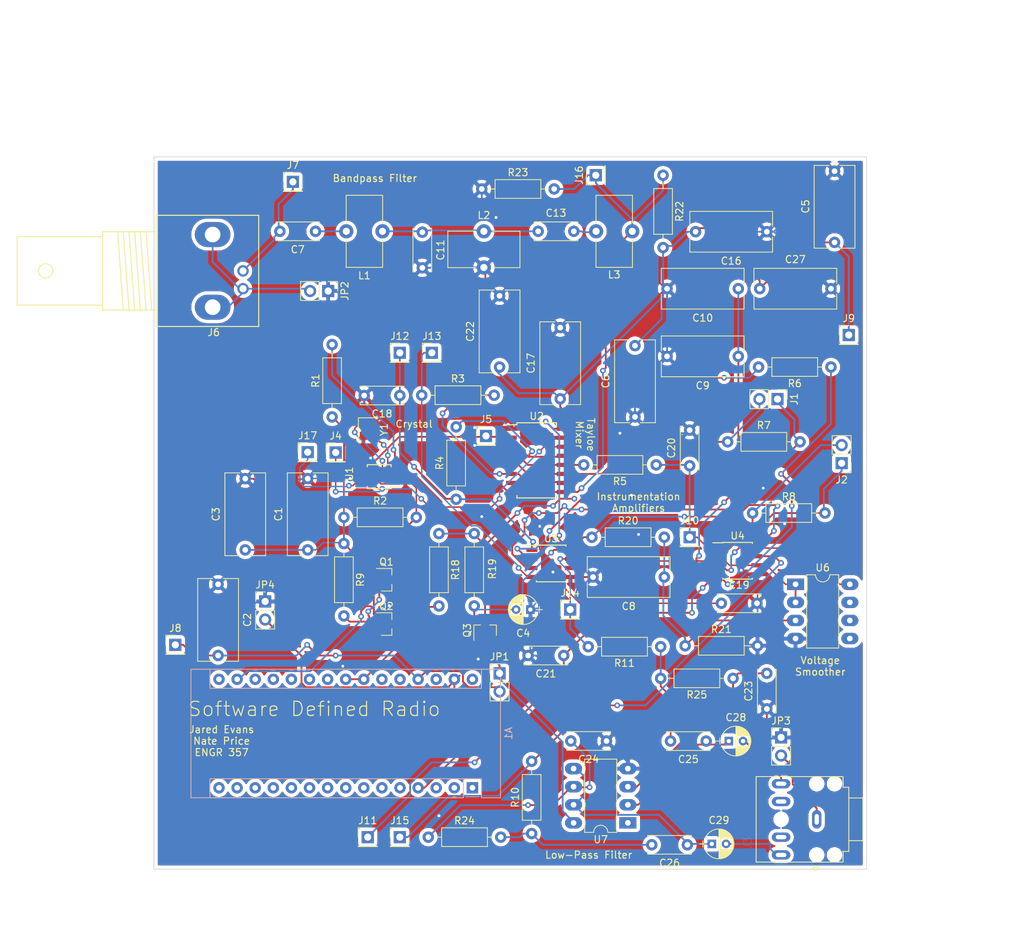
<source format=kicad_pcb>
(kicad_pcb (version 20171130) (host pcbnew "(5.1.2)-1")
  (title_block (title "SDR Receiver") (date 2021-04-28) (rev v.1.1) (company "Walla Walla University") (comment 1 "Rob Frohne") (comment 2 "ENGR 357") (comment 3 "Jared Evans & Nate Price"))
  (layers (0 F.Cu signal) (31 B.Cu signal) (34 B.Paste user) (35 F.Paste user) (36 B.SilkS user) (37 F.SilkS user) (38 B.Mask user) (39 F.Mask user) (44 Edge.Cuts user))
  (net 0 "")
  (net 1 "Net-(A1-Pad16)")
  (net 2 "Net-(A1-Pad15)")
  (net 3 "Net-(A1-Pad30)")
  (net 4 "Net-(A1-Pad14)")
  (net 5 "Net-(A1-Pad29)")
  (net 6 "Net-(A1-Pad13)")
  (net 7 "Net-(A1-Pad28)")
  (net 8 "Net-(A1-Pad12)")
  (net 9 +5V)
  (net 10 "Net-(A1-Pad11)")
  (net 11 "Net-(A1-Pad26)")
  (net 12 "Net-(A1-Pad10)")
  (net 13 "Net-(A1-Pad25)")
  (net 14 "Net-(A1-Pad9)")
  (net 15 /SCL_5V)
  (net 16 "Net-(A1-Pad8)")
  (net 17 "Net-(A1-Pad7)")
  (net 18 "Net-(A1-Pad22)")
  (net 19 "Net-(A1-Pad6)")
  (net 20 "Net-(A1-Pad21)")
  (net 21 "Net-(A1-Pad5)")
  (net 22 "Net-(A1-Pad20)")
  (net 23 "Net-(A1-Pad19)")
  (net 24 "Net-(A1-Pad3)")
  (net 25 "Net-(A1-Pad18)")
  (net 26 "Net-(A1-Pad2)")
  (net 27 +3V3)
  (net 28 "Net-(A1-Pad1)")
  (net 29 GND)
  (net 30 "Net-(C4-Pad2)")
  (net 31 +4.3V)
  (net 32 "Net-(C7-Pad1)")
  (net 33 "Net-(C7-Pad2)")
  (net 34 "Net-(C8-Pad1)")
  (net 35 GNDA)
  (net 36 "Net-(C11-Pad1)")
  (net 37 "Net-(C13-Pad2)")
  (net 38 "Net-(C18-Pad1)")
  (net 39 "Net-(C19-Pad1)")
  (net 40 "Net-(C20-Pad1)")
  (net 41 "Net-(C21-Pad1)")
  (net 42 "Net-(C23-Pad2)")
  (net 43 "Net-(C24-Pad2)")
  (net 44 "Net-(C25-Pad2)")
  (net 45 "Net-(C25-Pad1)")
  (net 46 "Net-(C26-Pad2)")
  (net 47 "Net-(C26-Pad1)")
  (net 48 "Net-(C28-Pad2)")
  (net 49 "Net-(C29-Pad2)")
  (net 50 "Net-(J1-Pad2)")
  (net 51 "Net-(J1-Pad1)")
  (net 52 "Net-(J2-Pad1)")
  (net 53 "Net-(J2-Pad2)")
  (net 54 /I_LO)
  (net 55 /Q_LO)
  (net 56 "Net-(J6-Pad2)")
  (net 57 "Net-(J14-Pad1)")
  (net 58 "Net-(J15-Pad1)")
  (net 59 /BP_Filter_o)
  (net 60 "Net-(J17-Pad1)")
  (net 61 /SCL_3V)
  (net 62 "Net-(R3-Pad2)")
  (net 63 "Net-(R4-Pad2)")
  (net 64 "Net-(R5-Pad2)")
  (net 65 "Net-(R6-Pad2)")
  (net 66 "Net-(U1-Pad3)")
  (net 67 "Net-(U1-Pad2)")
  (net 68 "Net-(J3-Pad11)")
  (net 69 "Net-(J3-Pad10)")
  (net 70 "Net-(J3-Pad1)")
  (module Resistors_THT:R_Axial_DIN0207_L6.3mm_D2.5mm_P10.16mm_Horizontal (layer F.Cu) (at 90 89 90)
    (fp_text reference R1 (at 5.08 -2.31 90) (layer F.SilkS))
    (fp_text value 1k)
    (pad 1 thru_hole circle (at 0 0 90) (size 1.6 1.6) (drill 0.8) (layers *.Cu *.Mask) (net 27 +3V3))
    (pad 2 thru_hole oval (at 10.16 0 90) (size 1.6 1.6) (drill 0.8) (layers *.Cu *.Mask) (net 61 /SCL_3V))
  )
  (module Resistors_THT:R_Axial_DIN0207_L6.3mm_D2.5mm_P10.16mm_Horizontal (layer F.Cu) (at 111 57)
    (fp_text reference R23 (at 5.08 -2.31) (layer F.SilkS))
    (fp_text value 10k)
    (pad 1 thru_hole circle (at 0 0) (size 1.6 1.6) (drill 0.8) (layers *.Cu *.Mask) (net 29 GND))
    (pad 2 thru_hole oval (at 10.16 0) (size 1.6 1.6) (drill 0.8) (layers *.Cu *.Mask) (net 59 /BP_Filter_o))
  )
  (module Connectors_TE-Connectivity:BNC_Socket_TYCO-AMP (layer F.Cu) (at 72.5 68.5 90)
    (fp_text reference J6 (at -8.636 0.889 180) (layer F.SilkS))
    (fp_text value Conn_Coaxial)
    (pad 2 thru_hole circle (at -2.49936 5.00126 90) (size 1.6002 1.6002) (drill 1.00076) (layers *.Cu *.Mask) (net 56 "Net-(J6-Pad2)"))
    (pad 1 thru_hole circle (at 0 5.00126 90) (size 1.6002 1.6002) (drill 1.00076) (layers *.Cu *.Mask) (net 33 "Net-(C7-Pad2)"))
    (pad 2 thru_hole oval (at 5.10032 0.7366 90) (size 3.50012 5.00126) (drill 2.19964) (layers *.Cu *.Mask) (net 56 "Net-(J6-Pad2)"))
    (pad 2 thru_hole oval (at -5.09778 0.7366 90) (size 3.50012 5.00126) (drill 2.19964) (layers *.Cu *.Mask) (net 56 "Net-(J6-Pad2)"))
  )
  (module Modules:Arduino_Nano (layer B.Cu) (at 109.689 141.073 90)
    (fp_text reference A1 (at 7.62 5.08 -90) (layer B.SilkS) (effects (justify mirror)))
    (fp_text value Arduino_Nano_v3.x)
    (pad 16 thru_hole oval (at 15.24 -35.56 90) (size 1.6 1.6) (drill 0.8) (layers *.Cu *.Mask) (net 1 "Net-(A1-Pad16)"))
    (pad 15 thru_hole oval (at 0 -35.56 90) (size 1.6 1.6) (drill 0.8) (layers *.Cu *.Mask) (net 2 "Net-(A1-Pad15)"))
    (pad 30 thru_hole oval (at 15.24 0 90) (size 1.6 1.6) (drill 0.8) (layers *.Cu *.Mask) (net 3 "Net-(A1-Pad30)"))
    (pad 14 thru_hole oval (at 0 -33.02 90) (size 1.6 1.6) (drill 0.8) (layers *.Cu *.Mask) (net 4 "Net-(A1-Pad14)"))
    (pad 29 thru_hole oval (at 15.24 -2.54 90) (size 1.6 1.6) (drill 0.8) (layers *.Cu *.Mask) (net 5 "Net-(A1-Pad29)"))
    (pad 13 thru_hole oval (at 0 -30.48 90) (size 1.6 1.6) (drill 0.8) (layers *.Cu *.Mask) (net 6 "Net-(A1-Pad13)"))
    (pad 28 thru_hole oval (at 15.24 -5.08 90) (size 1.6 1.6) (drill 0.8) (layers *.Cu *.Mask) (net 7 "Net-(A1-Pad28)"))
    (pad 12 thru_hole oval (at 0 -27.94 90) (size 1.6 1.6) (drill 0.8) (layers *.Cu *.Mask) (net 8 "Net-(A1-Pad12)"))
    (pad 27 thru_hole oval (at 15.24 -7.62 90) (size 1.6 1.6) (drill 0.8) (layers *.Cu *.Mask) (net 9 +5V))
    (pad 11 thru_hole oval (at 0 -25.4 90) (size 1.6 1.6) (drill 0.8) (layers *.Cu *.Mask) (net 10 "Net-(A1-Pad11)"))
    (pad 26 thru_hole oval (at 15.24 -10.16 90) (size 1.6 1.6) (drill 0.8) (layers *.Cu *.Mask) (net 11 "Net-(A1-Pad26)"))
    (pad 10 thru_hole oval (at 0 -22.86 90) (size 1.6 1.6) (drill 0.8) (layers *.Cu *.Mask) (net 12 "Net-(A1-Pad10)"))
    (pad 25 thru_hole oval (at 15.24 -12.7 90) (size 1.6 1.6) (drill 0.8) (layers *.Cu *.Mask) (net 13 "Net-(A1-Pad25)"))
    (pad 9 thru_hole oval (at 0 -20.32 90) (size 1.6 1.6) (drill 0.8) (layers *.Cu *.Mask) (net 14 "Net-(A1-Pad9)"))
    (pad 24 thru_hole oval (at 15.24 -15.24 90) (size 1.6 1.6) (drill 0.8) (layers *.Cu *.Mask) (net 15 /SCL_5V))
    (pad 8 thru_hole oval (at 0 -17.78 90) (size 1.6 1.6) (drill 0.8) (layers *.Cu *.Mask) (net 16 "Net-(A1-Pad8)"))
    (pad 23 thru_hole oval (at 15.24 -17.78 90) (size 1.6 1.6) (drill 0.8) (layers *.Cu *.Mask) (net 15 /SCL_5V))
    (pad 7 thru_hole oval (at 0 -15.24 90) (size 1.6 1.6) (drill 0.8) (layers *.Cu *.Mask) (net 17 "Net-(A1-Pad7)"))
    (pad 22 thru_hole oval (at 15.24 -20.32 90) (size 1.6 1.6) (drill 0.8) (layers *.Cu *.Mask) (net 18 "Net-(A1-Pad22)"))
    (pad 6 thru_hole oval (at 0 -12.7 90) (size 1.6 1.6) (drill 0.8) (layers *.Cu *.Mask) (net 19 "Net-(A1-Pad6)"))
    (pad 21 thru_hole oval (at 15.24 -22.86 90) (size 1.6 1.6) (drill 0.8) (layers *.Cu *.Mask) (net 20 "Net-(A1-Pad21)"))
    (pad 5 thru_hole oval (at 0 -10.16 90) (size 1.6 1.6) (drill 0.8) (layers *.Cu *.Mask) (net 21 "Net-(A1-Pad5)"))
    (pad 20 thru_hole oval (at 15.24 -25.4 90) (size 1.6 1.6) (drill 0.8) (layers *.Cu *.Mask) (net 22 "Net-(A1-Pad20)"))
    (pad 4 thru_hole oval (at 0 -7.62 90) (size 1.6 1.6) (drill 0.8) (layers *.Cu *.Mask) (net 5 "Net-(A1-Pad29)"))
    (pad 19 thru_hole oval (at 15.24 -27.94 90) (size 1.6 1.6) (drill 0.8) (layers *.Cu *.Mask) (net 23 "Net-(A1-Pad19)"))
    (pad 3 thru_hole oval (at 0 -5.08 90) (size 1.6 1.6) (drill 0.8) (layers *.Cu *.Mask) (net 24 "Net-(A1-Pad3)"))
    (pad 18 thru_hole oval (at 15.24 -30.48 90) (size 1.6 1.6) (drill 0.8) (layers *.Cu *.Mask) (net 25 "Net-(A1-Pad18)"))
    (pad 2 thru_hole oval (at 0 -2.54 90) (size 1.6 1.6) (drill 0.8) (layers *.Cu *.Mask) (net 26 "Net-(A1-Pad2)"))
    (pad 17 thru_hole oval (at 15.24 -33.02 90) (size 1.6 1.6) (drill 0.8) (layers *.Cu *.Mask) (net 27 +3V3))
    (pad 1 thru_hole rect (at 0 0 90) (size 1.6 1.6) (drill 0.8) (layers *.Cu *.Mask) (net 28 "Net-(A1-Pad1)"))
  )
  (module Capacitors_THT:C_Rect_L11.5mm_W5.6mm_P10.00mm_MKT (layer F.Cu) (at 86.575 107.672 90)
    (fp_text reference C1 (at 5 -4.11 90) (layer F.SilkS))
    (fp_text value .1u)
    (pad 2 thru_hole circle (at 10 0 90) (size 1.6 1.6) (drill 0.8) (layers *.Cu *.Mask) (net 29 GND))
    (pad 1 thru_hole circle (at 0 0 90) (size 1.6 1.6) (drill 0.8) (layers *.Cu *.Mask) (net 27 +3V3))
  )
  (module Capacitors_THT:C_Rect_L11.5mm_W5.6mm_P10.00mm_MKT (layer F.Cu) (at 74 112.5 270)
    (fp_text reference C2 (at 5 -4.11 90) (layer F.SilkS))
    (fp_text value .1u)
    (pad 1 thru_hole circle (at 0 0 270) (size 1.6 1.6) (drill 0.8) (layers *.Cu *.Mask) (net 29 GND))
    (pad 2 thru_hole circle (at 10 0 270) (size 1.6 1.6) (drill 0.8) (layers *.Cu *.Mask) (net 9 +5V))
  )
  (module Capacitors_THT:C_Rect_L11.5mm_W5.6mm_P10.00mm_MKT (layer F.Cu) (at 77.812 107.672 90)
    (fp_text reference C3 (at 5 -4.11 90) (layer F.SilkS))
    (fp_text value .1u)
    (pad 1 thru_hole circle (at 0 0 90) (size 1.6 1.6) (drill 0.8) (layers *.Cu *.Mask) (net 27 +3V3))
    (pad 2 thru_hole circle (at 10 0 90) (size 1.6 1.6) (drill 0.8) (layers *.Cu *.Mask) (net 29 GND))
  )
  (module Capacitors_THT:CP_Radial_D4.0mm_P2.00mm (layer F.Cu) (at 117.817 116.054 180)
    (fp_text reference C4 (at 1 -3.31) (layer F.SilkS))
    (fp_text value 10u)
    (pad 2 thru_hole circle (at 2 0 180) (size 1.2 1.2) (drill 0.6) (layers *.Cu *.Mask) (net 30 "Net-(C4-Pad2)"))
    (pad 1 thru_hole rect (at 0 0 180) (size 1.2 1.2) (drill 0.6) (layers *.Cu *.Mask) (net 29 GND))
  )
  (module Capacitors_THT:C_Rect_L11.5mm_W5.6mm_P10.00mm_MKT (layer F.Cu) (at 160.5 54.5 270)
    (fp_text reference C5 (at 4.953 4.064 90) (layer F.SilkS))
    (fp_text value .1u)
    (pad 1 thru_hole circle (at 0 0 270) (size 1.6 1.6) (drill 0.8) (layers *.Cu *.Mask) (net 29 GND))
    (pad 2 thru_hole circle (at 10 0 270) (size 1.6 1.6) (drill 0.8) (layers *.Cu *.Mask) (net 31 +4.3V))
  )
  (module Capacitors_THT:C_Rect_L11.5mm_W5.6mm_P10.00mm_MKT (layer F.Cu) (at 132.5 89 90)
    (fp_text reference C6 (at 5 -4.11 90) (layer F.SilkS))
    (fp_text value .1u)
    (pad 2 thru_hole circle (at 10 0 90) (size 1.6 1.6) (drill 0.8) (layers *.Cu *.Mask) (net 31 +4.3V))
    (pad 1 thru_hole circle (at 0 0 90) (size 1.6 1.6) (drill 0.8) (layers *.Cu *.Mask) (net 29 GND))
  )
  (module Capacitors_THT:C_Disc_D6.0mm_W2.5mm_P5.00mm (layer F.Cu) (at 87.673 62.944 180)
    (fp_text reference C7 (at 2.5 -2.56) (layer F.SilkS))
    (fp_text value 120pF)
    (pad 2 thru_hole circle (at 5 0 180) (size 1.6 1.6) (drill 0.8) (layers *.Cu *.Mask) (net 33 "Net-(C7-Pad2)"))
    (pad 1 thru_hole circle (at 0 0 180) (size 1.6 1.6) (drill 0.8) (layers *.Cu *.Mask) (net 32 "Net-(C7-Pad1)"))
  )
  (module Capacitors_THT:C_Rect_L11.5mm_W5.6mm_P10.00mm_MKT (layer F.Cu) (at 136.613 111.482 180)
    (fp_text reference C8 (at 5 -4.11) (layer F.SilkS))
    (fp_text value .1u)
    (pad 1 thru_hole circle (at 0 0 180) (size 1.6 1.6) (drill 0.8) (layers *.Cu *.Mask) (net 34 "Net-(C8-Pad1)"))
    (pad 2 thru_hole circle (at 10 0 180) (size 1.6 1.6) (drill 0.8) (layers *.Cu *.Mask) (net 29 GND))
  )
  (module Capacitors_THT:C_Rect_L11.5mm_W5.6mm_P10.00mm_MKT (layer F.Cu) (at 147 80.5 180)
    (fp_text reference C9 (at 5 -4.11) (layer F.SilkS))
    (fp_text value .1uF)
    (pad 2 thru_hole circle (at 10 0 180) (size 1.6 1.6) (drill 0.8) (layers *.Cu *.Mask) (net 29 GND))
    (pad 1 thru_hole circle (at 0 0 180) (size 1.6 1.6) (drill 0.8) (layers *.Cu *.Mask) (net 35 GNDA))
  )
  (module Capacitors_THT:C_Rect_L11.5mm_W5.6mm_P10.00mm_MKT (layer F.Cu) (at 147 71 180)
    (fp_text reference C10 (at 5 -4.11) (layer F.SilkS))
    (fp_text value .1uF)
    (pad 2 thru_hole circle (at 10 0 180) (size 1.6 1.6) (drill 0.8) (layers *.Cu *.Mask) (net 29 GND))
    (pad 1 thru_hole circle (at 0 0 180) (size 1.6 1.6) (drill 0.8) (layers *.Cu *.Mask) (net 35 GNDA))
  )
  (module Capacitors_THT:C_Disc_D6.0mm_W2.5mm_P5.00mm (layer F.Cu) (at 102.659 63.071 270)
    (fp_text reference C11 (at 2.5 -2.56 90) (layer F.SilkS))
    (fp_text value 1.1nF)
    (pad 2 thru_hole circle (at 5 0 270) (size 1.6 1.6) (drill 0.8) (layers *.Cu *.Mask) (net 29 GND))
    (pad 1 thru_hole circle (at 0 0 270) (size 1.6 1.6) (drill 0.8) (layers *.Cu *.Mask) (net 36 "Net-(C11-Pad1)"))
  )
  (module Capacitors_THT:C_Disc_D6.0mm_W2.5mm_P5.00mm (layer F.Cu) (at 118.915 62.944)
    (fp_text reference C13 (at 2.5 -2.56) (layer F.SilkS))
    (fp_text value 120pF)
    (pad 1 thru_hole circle (at 0 0) (size 1.6 1.6) (drill 0.8) (layers *.Cu *.Mask) (net 36 "Net-(C11-Pad1)"))
    (pad 2 thru_hole circle (at 5 0) (size 1.6 1.6) (drill 0.8) (layers *.Cu *.Mask) (net 37 "Net-(C13-Pad2)"))
  )
  (module Capacitors_THT:C_Rect_L11.5mm_W5.6mm_P10.00mm_MKT (layer F.Cu) (at 151 63 180)
    (fp_text reference C16 (at 5 -4.11) (layer F.SilkS))
    (fp_text value .1u)
    (pad 1 thru_hole circle (at 0 0 180) (size 1.6 1.6) (drill 0.8) (layers *.Cu *.Mask) (net 29 GND))
    (pad 2 thru_hole circle (at 10 0 180) (size 1.6 1.6) (drill 0.8) (layers *.Cu *.Mask) (net 31 +4.3V))
  )
  (module Capacitors_THT:C_Rect_L11.5mm_W5.6mm_P10.00mm_MKT (layer F.Cu) (at 122.008 86.463 90)
    (fp_text reference C17 (at 5 -4.11 90) (layer F.SilkS))
    (fp_text value .1u)
    (pad 1 thru_hole circle (at 0 0 90) (size 1.6 1.6) (drill 0.8) (layers *.Cu *.Mask) (net 31 +4.3V))
    (pad 2 thru_hole circle (at 10 0 90) (size 1.6 1.6) (drill 0.8) (layers *.Cu *.Mask) (net 29 GND))
  )
  (module Capacitors_THT:C_Disc_D6.0mm_W2.5mm_P5.00mm (layer F.Cu) (at 99.5 86 180)
    (fp_text reference C18 (at 2.5 -2.56) (layer F.SilkS))
    (fp_text value 3900p)
    (pad 1 thru_hole circle (at 0 0 180) (size 1.6 1.6) (drill 0.8) (layers *.Cu *.Mask) (net 38 "Net-(C18-Pad1)"))
    (pad 2 thru_hole circle (at 5 0 180) (size 1.6 1.6) (drill 0.8) (layers *.Cu *.Mask) (net 29 GND))
  )
  (module Capacitors_THT:C_Disc_D6.0mm_W2.5mm_P5.00mm (layer F.Cu) (at 144.614 115.165)
    (fp_text reference C19 (at 2.5 -2.56) (layer F.SilkS))
    (fp_text value 3900p)
    (pad 1 thru_hole circle (at 0 0) (size 1.6 1.6) (drill 0.8) (layers *.Cu *.Mask) (net 39 "Net-(C19-Pad1)"))
    (pad 2 thru_hole circle (at 5 0) (size 1.6 1.6) (drill 0.8) (layers *.Cu *.Mask) (net 29 GND))
  )
  (module Capacitors_THT:C_Disc_D6.0mm_W2.5mm_P5.00mm (layer F.Cu) (at 140.169 95.861 90)
    (fp_text reference C20 (at 2.5 -2.56 90) (layer F.SilkS))
    (fp_text value 3900p)
    (pad 1 thru_hole circle (at 0 0 90) (size 1.6 1.6) (drill 0.8) (layers *.Cu *.Mask) (net 40 "Net-(C20-Pad1)"))
    (pad 2 thru_hole circle (at 5 0 90) (size 1.6 1.6) (drill 0.8) (layers *.Cu *.Mask) (net 29 GND))
  )
  (module Capacitors_THT:C_Disc_D6.0mm_W2.5mm_P5.00mm (layer F.Cu) (at 122.5 122.5 180)
    (fp_text reference C21 (at 2.5 -2.56) (layer F.SilkS))
    (fp_text value 3900p)
    (pad 2 thru_hole circle (at 5 0 180) (size 1.6 1.6) (drill 0.8) (layers *.Cu *.Mask) (net 29 GND))
    (pad 1 thru_hole circle (at 0 0 180) (size 1.6 1.6) (drill 0.8) (layers *.Cu *.Mask) (net 41 "Net-(C21-Pad1)"))
  )
  (module Capacitors_THT:C_Rect_L11.5mm_W5.6mm_P10.00mm_MKT (layer F.Cu) (at 113.5 82 90)
    (fp_text reference C22 (at 5 -4.11 90) (layer F.SilkS))
    (fp_text value .1uF)
    (pad 2 thru_hole circle (at 10 0 90) (size 1.6 1.6) (drill 0.8) (layers *.Cu *.Mask) (net 29 GND))
    (pad 1 thru_hole circle (at 0 0 90) (size 1.6 1.6) (drill 0.8) (layers *.Cu *.Mask) (net 31 +4.3V))
  )
  (module Capacitors_THT:C_Disc_D6.0mm_W2.5mm_P5.00mm (layer F.Cu) (at 151 130 90)
    (fp_text reference C23 (at 2.5 -2.56 90) (layer F.SilkS))
    (fp_text value 100pF)
    (pad 2 thru_hole circle (at 5 0 90) (size 1.6 1.6) (drill 0.8) (layers *.Cu *.Mask) (net 42 "Net-(C23-Pad2)"))
    (pad 1 thru_hole circle (at 0 0 90) (size 1.6 1.6) (drill 0.8) (layers *.Cu *.Mask) (net 29 GND))
  )
  (module Capacitors_THT:C_Disc_D6.0mm_W2.5mm_P5.00mm (layer F.Cu) (at 128.5 134.5 180)
    (fp_text reference C24 (at 2.5 -2.56) (layer F.SilkS))
    (fp_text value 100pF)
    (pad 2 thru_hole circle (at 5 0 180) (size 1.6 1.6) (drill 0.8) (layers *.Cu *.Mask) (net 43 "Net-(C24-Pad2)"))
    (pad 1 thru_hole circle (at 0 0 180) (size 1.6 1.6) (drill 0.8) (layers *.Cu *.Mask) (net 29 GND))
  )
  (module Capacitors_THT:C_Disc_D6.0mm_W2.5mm_P5.00mm (layer F.Cu) (at 142.488 134.515 180)
    (fp_text reference C25 (at 2.5 -2.56) (layer F.SilkS))
    (fp_text value 100pF)
    (pad 2 thru_hole circle (at 5 0 180) (size 1.6 1.6) (drill 0.8) (layers *.Cu *.Mask) (net 44 "Net-(C25-Pad2)"))
    (pad 1 thru_hole circle (at 0 0 180) (size 1.6 1.6) (drill 0.8) (layers *.Cu *.Mask) (net 45 "Net-(C25-Pad1)"))
  )
  (module Capacitors_THT:C_Disc_D6.0mm_W2.5mm_P5.00mm (layer F.Cu) (at 139.853 149.074 180)
    (fp_text reference C26 (at 2.5 -2.56) (layer F.SilkS))
    (fp_text value 100pF)
    (pad 1 thru_hole circle (at 0 0 180) (size 1.6 1.6) (drill 0.8) (layers *.Cu *.Mask) (net 47 "Net-(C26-Pad1)"))
    (pad 2 thru_hole circle (at 5 0 180) (size 1.6 1.6) (drill 0.8) (layers *.Cu *.Mask) (net 46 "Net-(C26-Pad2)"))
  )
  (module Capacitors_THT:C_Rect_L11.5mm_W5.6mm_P10.00mm_MKT (layer F.Cu) (at 150 71)
    (fp_text reference C27 (at 5 -4.11) (layer F.SilkS))
    (fp_text value .1uF)
    (pad 2 thru_hole circle (at 10 0) (size 1.6 1.6) (drill 0.8) (layers *.Cu *.Mask) (net 29 GND))
    (pad 1 thru_hole circle (at 0 0) (size 1.6 1.6) (drill 0.8) (layers *.Cu *.Mask) (net 31 +4.3V))
  )
  (module Capacitors_THT:CP_Radial_D4.0mm_P2.00mm (layer F.Cu) (at 145.663 134.515)
    (fp_text reference C28 (at 1 -3.31) (layer F.SilkS))
    (fp_text value 10uF)
    (pad 2 thru_hole circle (at 2 0) (size 1.2 1.2) (drill 0.6) (layers *.Cu *.Mask) (net 48 "Net-(C28-Pad2)"))
    (pad 1 thru_hole rect (at 0 0) (size 1.2 1.2) (drill 0.6) (layers *.Cu *.Mask) (net 45 "Net-(C25-Pad1)"))
  )
  (module Capacitors_THT:CP_Radial_D4.0mm_P2.00mm (layer F.Cu) (at 143.282 148.947)
    (fp_text reference C29 (at 1 -3.31) (layer F.SilkS))
    (fp_text value 10uF)
    (pad 1 thru_hole rect (at 0 0) (size 1.2 1.2) (drill 0.6) (layers *.Cu *.Mask) (net 47 "Net-(C26-Pad1)"))
    (pad 2 thru_hole circle (at 2 0) (size 1.2 1.2) (drill 0.6) (layers *.Cu *.Mask) (net 49 "Net-(C29-Pad2)"))
  )
  (module Pin_Headers:Pin_Header_Straight_1x02_Pitch2.54mm (layer F.Cu) (at 152.5 86.5 270)
    (fp_text reference J1 (at 0 -2.33 90) (layer F.SilkS))
    (fp_text value Conn_01x02_Female)
    (pad 2 thru_hole oval (at 0 2.54 270) (size 1.7 1.7) (drill 1) (layers *.Cu *.Mask) (net 50 "Net-(J1-Pad2)"))
    (pad 1 thru_hole rect (at 0 0 270) (size 1.7 1.7) (drill 1) (layers *.Cu *.Mask) (net 51 "Net-(J1-Pad1)"))
  )
  (module Pin_Headers:Pin_Header_Straight_1x02_Pitch2.54mm (layer F.Cu) (at 161.5 95.5 180)
    (fp_text reference J2 (at 0 -2.33) (layer F.SilkS))
    (fp_text value Conn_01x02_Female)
    (pad 1 thru_hole rect (at 0 0 180) (size 1.7 1.7) (drill 1) (layers *.Cu *.Mask) (net 52 "Net-(J2-Pad1)"))
    (pad 2 thru_hole oval (at 0 2.54 180) (size 1.7 1.7) (drill 1) (layers *.Cu *.Mask) (net 53 "Net-(J2-Pad2)"))
  )
  (module SWITCHCRAFT_35RAPC4BHN2 (layer F.Cu) (at 157 145.5 90)
    (fp_text reference J3 (at -3.33784 -8.66834 90) (layer F.SilkS) (effects (font (size 1.003858 1.003858) (thickness 0.015))))
    (fp_text value 35RAPC4BHN2)
    (pad 2 thru_hole oval (at 5 -4 90) (size 1.3 2.6) (drill oval 0.6 1.5) (layers *.Cu *.Mask) (net 48 "Net-(C28-Pad2)"))
    (pad 3 thru_hole oval (at -5 -4 90) (size 1.3 2.6) (drill oval 0.6 1.5) (layers *.Cu *.Mask) (net 49 "Net-(C29-Pad2)"))
    (pad 11 thru_hole oval (at -2.5 -4 90) (size 1.3 2.6) (drill oval 0.6 1.5) (layers *.Cu *.Mask) (net 68 "Net-(J3-Pad11)"))
    (pad 10 thru_hole oval (at 2.5 -4 90) (size 1.3 2.6) (drill oval 0.6 1.5) (layers *.Cu *.Mask) (net 69 "Net-(J3-Pad10)"))
    (pad 1 thru_hole oval (at 0 1 90) (size 2.6 1.3) (drill oval 1.5 0.6) (layers *.Cu *.Mask) (net 70 "Net-(J3-Pad1)"))
    (pad None np_thru_hole circle (at 0 -4 90) (size 1.2 1.2) (drill 1.2) (layers *.Cu *.Mask))
    (pad None np_thru_hole circle (at -5 1 90) (size 1.2 1.2) (drill 1.2) (layers *.Cu *.Mask))
    (pad None np_thru_hole circle (at -5 3.5 90) (size 1.2 1.2) (drill 1.2) (layers *.Cu *.Mask))
    (pad None np_thru_hole circle (at 5 1 90) (size 1.2 1.2) (drill 1.2) (layers *.Cu *.Mask))
    (pad None np_thru_hole circle (at 5 3.5 90) (size 1.2 1.2) (drill 1.2) (layers *.Cu *.Mask))
  )
  (module Pin_Headers:Pin_Header_Straight_1x01_Pitch2.54mm (layer F.Cu) (at 90.5 94)
    (fp_text reference J4 (at 0 -2.33) (layer F.SilkS))
    (fp_text value IQ_SDR-rescue_Conn_01x01-Connector_Generic-IQ_SDR-rescue)
    (pad 1 thru_hole rect (at 0 0) (size 1.7 1.7) (drill 1) (layers *.Cu *.Mask) (net 54 /I_LO))
  )
  (module Pin_Headers:Pin_Header_Straight_1x01_Pitch2.54mm (layer F.Cu) (at 111.594 91.67)
    (fp_text reference J5 (at 0 -2.33) (layer F.SilkS))
    (fp_text value IQ_SDR-rescue_Conn_01x01-Connector_Generic-IQ_SDR-rescue)
    (pad 1 thru_hole rect (at 0 0) (size 1.7 1.7) (drill 1) (layers *.Cu *.Mask) (net 55 /Q_LO))
  )
  (module Pin_Headers:Pin_Header_Straight_1x01_Pitch2.54mm (layer F.Cu) (at 84.5 56)
    (fp_text reference J7 (at 0 -2.33) (layer F.SilkS))
    (fp_text value IQ_SDR-rescue_Conn_01x01-Connector_Generic-IQ_SDR-rescue)
    (pad 1 thru_hole rect (at 0 0) (size 1.7 1.7) (drill 1) (layers *.Cu *.Mask) (net 33 "Net-(C7-Pad2)"))
  )
  (module Pin_Headers:Pin_Header_Straight_1x01_Pitch2.54mm (layer F.Cu) (at 68 121)
    (fp_text reference J8 (at 0 -2.33) (layer F.SilkS))
    (fp_text value IQ_SDR-rescue_Conn_01x01-Connector_Generic-IQ_SDR-rescue)
    (pad 1 thru_hole rect (at 0 0) (size 1.7 1.7) (drill 1) (layers *.Cu *.Mask) (net 9 +5V))
  )
  (module Pin_Headers:Pin_Header_Straight_1x01_Pitch2.54mm (layer F.Cu) (at 162.5 77.5)
    (fp_text reference J9 (at 0 -2.33) (layer F.SilkS))
    (fp_text value IQ_SDR-rescue_Conn_01x01-Connector_Generic-IQ_SDR-rescue)
    (pad 1 thru_hole rect (at 0 0) (size 1.7 1.7) (drill 1) (layers *.Cu *.Mask) (net 31 +4.3V))
  )
  (module Pin_Headers:Pin_Header_Straight_1x01_Pitch2.54mm (layer F.Cu) (at 140.169 105.894)
    (fp_text reference J10 (at 0 -2.33) (layer F.SilkS))
    (fp_text value IQ_SDR-rescue_Conn_01x01-Connector_Generic-IQ_SDR-rescue)
    (pad 1 thru_hole rect (at 0 0) (size 1.7 1.7) (drill 1) (layers *.Cu *.Mask) (net 40 "Net-(C20-Pad1)"))
  )
  (module Pin_Headers:Pin_Header_Straight_1x01_Pitch2.54mm (layer F.Cu) (at 95 148)
    (fp_text reference J11 (at 0 -2.33) (layer F.SilkS))
    (fp_text value IQ_SDR-rescue_Conn_01x01-Connector_Generic-IQ_SDR-rescue)
    (pad 1 thru_hole rect (at 0 0) (size 1.7 1.7) (drill 1) (layers *.Cu *.Mask) (net 41 "Net-(C21-Pad1)"))
  )
  (module Pin_Headers:Pin_Header_Straight_1x01_Pitch2.54mm (layer F.Cu) (at 99.5 80)
    (fp_text reference J12 (at 0 -2.33) (layer F.SilkS))
    (fp_text value IQ_SDR-rescue_Conn_01x01-Connector_Generic-IQ_SDR-rescue)
    (pad 1 thru_hole rect (at 0 0) (size 1.7 1.7) (drill 1) (layers *.Cu *.Mask) (net 38 "Net-(C18-Pad1)"))
  )
  (module Pin_Headers:Pin_Header_Straight_1x01_Pitch2.54mm (layer F.Cu) (at 104 80)
    (fp_text reference J13 (at 0 -2.33) (layer F.SilkS))
    (fp_text value IQ_SDR-rescue_Conn_01x01-Connector_Generic-IQ_SDR-rescue)
    (pad 1 thru_hole rect (at 0 0) (size 1.7 1.7) (drill 1) (layers *.Cu *.Mask) (net 39 "Net-(C19-Pad1)"))
  )
  (module Pin_Headers:Pin_Header_Straight_1x01_Pitch2.54mm (layer F.Cu) (at 123.405 116.054)
    (fp_text reference J14 (at 0 -2.33) (layer F.SilkS))
    (fp_text value IQ_SDR-rescue_Conn_01x01-Connector_Generic-IQ_SDR-rescue)
    (pad 1 thru_hole rect (at 0 0) (size 1.7 1.7) (drill 1) (layers *.Cu *.Mask) (net 57 "Net-(J14-Pad1)"))
  )
  (module Pin_Headers:Pin_Header_Straight_1x01_Pitch2.54mm (layer F.Cu) (at 99.5 148)
    (fp_text reference J15 (at 0 -2.33) (layer F.SilkS))
    (fp_text value IQ_SDR-rescue_Conn_01x01-Connector_Generic-IQ_SDR-rescue)
    (pad 1 thru_hole rect (at 0 0) (size 1.7 1.7) (drill 1) (layers *.Cu *.Mask) (net 58 "Net-(J15-Pad1)"))
  )
  (module Pin_Headers:Pin_Header_Straight_1x01_Pitch2.54mm (layer F.Cu) (at 127 55.07 90)
    (fp_text reference J16 (at 0 -2.33 90) (layer F.SilkS))
    (fp_text value IQ_SDR-rescue_Conn_01x01-Connector_Generic-IQ_SDR-rescue)
    (pad 1 thru_hole rect (at 0 0 90) (size 1.7 1.7) (drill 1) (layers *.Cu *.Mask) (net 59 /BP_Filter_o))
  )
  (module Pin_Headers:Pin_Header_Straight_1x01_Pitch2.54mm (layer F.Cu) (at 86.575 93.956)
    (fp_text reference J17 (at 0 -2.33) (layer F.SilkS))
    (fp_text value IQ_SDR-rescue_Conn_01x01-Connector_Generic-IQ_SDR-rescue)
    (pad 1 thru_hole rect (at 0 0) (size 1.7 1.7) (drill 1) (layers *.Cu *.Mask) (net 60 "Net-(J17-Pad1)"))
  )
  (module Pin_Headers:Pin_Header_Straight_1x02_Pitch2.54mm (layer F.Cu) (at 113.5 125)
    (fp_text reference JP1 (at 0 -2.33) (layer F.SilkS))
    (fp_text value Jumper_NC_Small-Device)
    (pad 2 thru_hole oval (at 0 2.54) (size 1.7 1.7) (drill 1) (layers *.Cu *.Mask) (net 9 +5V))
    (pad 1 thru_hole rect (at 0 0) (size 1.7 1.7) (drill 1) (layers *.Cu *.Mask) (net 31 +4.3V))
  )
  (module Pin_Headers:Pin_Header_Straight_1x02_Pitch2.54mm (layer F.Cu) (at 89.451 71.326 270)
    (fp_text reference JP2 (at 0 -2.33 90) (layer F.SilkS))
    (fp_text value Jumper_NC_Small)
    (pad 1 thru_hole rect (at 0 0 270) (size 1.7 1.7) (drill 1) (layers *.Cu *.Mask) (net 29 GND))
    (pad 2 thru_hole oval (at 0 2.54 270) (size 1.7 1.7) (drill 1) (layers *.Cu *.Mask) (net 56 "Net-(J6-Pad2)"))
  )
  (module Pin_Headers:Pin_Header_Straight_1x02_Pitch2.54mm (layer F.Cu) (at 153 134)
    (fp_text reference JP3 (at 0 -2.33) (layer F.SilkS))
    (fp_text value Jumper_NC_Small-Device)
    (pad 2 thru_hole oval (at 0 2.54) (size 1.7 1.7) (drill 1) (layers *.Cu *.Mask) (net 70 "Net-(J3-Pad1)"))
    (pad 1 thru_hole rect (at 0 0) (size 1.7 1.7) (drill 1) (layers *.Cu *.Mask) (net 29 GND))
  )
  (module Pin_Headers:Pin_Header_Straight_1x02_Pitch2.54mm (layer F.Cu) (at 80.606 114.911)
    (fp_text reference JP4 (at 0 -2.33) (layer F.SilkS))
    (fp_text value Jumper_NC_Small-Device)
    (pad 1 thru_hole rect (at 0 0) (size 1.7 1.7) (drill 1) (layers *.Cu *.Mask) (net 29 GND))
    (pad 2 thru_hole oval (at 0 2.54) (size 1.7 1.7) (drill 1) (layers *.Cu *.Mask) (net 5 "Net-(A1-Pad29)"))
  )
  (module Inductors_THT:L_Toroid_Vertical_L10.0mm_W5.0mm_P5.08mm (layer F.Cu) (at 91.991 62.944 90)
    (fp_text reference L1 (at -6.223 2.54 180) (layer F.SilkS))
    (fp_text value 1.3uH)
    (pad 2 thru_hole circle (at 0 5.08 90) (size 2 2) (drill 1) (layers *.Cu *.Mask) (net 36 "Net-(C11-Pad1)"))
    (pad 1 thru_hole circle (at 0 0 90) (size 2 2) (drill 1) (layers *.Cu *.Mask) (net 32 "Net-(C7-Pad1)"))
  )
  (module Inductors_THT:L_Toroid_Vertical_L10.0mm_W5.0mm_P5.08mm (layer F.Cu) (at 111.295 62.944)
    (fp_text reference L2 (at 0 -2.25) (layer F.SilkS))
    (fp_text value 150nH)
    (pad 1 thru_hole circle (at 0 0) (size 2 2) (drill 1) (layers *.Cu *.Mask) (net 36 "Net-(C11-Pad1)"))
    (pad 2 thru_hole circle (at 0 5.08) (size 2 2) (drill 1) (layers *.Cu *.Mask) (net 29 GND))
  )
  (module Inductors_THT:L_Toroid_Vertical_L10.0mm_W5.0mm_P5.08mm (layer F.Cu) (at 127.043 62.944 90)
    (fp_text reference L3 (at -6.096 2.54 180) (layer F.SilkS))
    (fp_text value 1.3uH)
    (pad 2 thru_hole circle (at 0 5.08 90) (size 2 2) (drill 1) (layers *.Cu *.Mask) (net 59 /BP_Filter_o))
    (pad 1 thru_hole circle (at 0 0 90) (size 2 2) (drill 1) (layers *.Cu *.Mask) (net 37 "Net-(C13-Pad2)"))
  )
  (module TO_SOT_Packages_SMD:SOT-23 (layer F.Cu) (at 97.624 111.863)
    (fp_text reference Q1 (at 0 -2.5) (layer F.SilkS))
    (fp_text value BSS138)
    (pad 1 smd rect (at -1 -0.95) (size 0.9 0.8) (layers F.Cu F.Paste F.Mask) (net 27 +3V3))
    (pad 2 smd rect (at -1 0.95) (size 0.9 0.8) (layers F.Cu F.Paste F.Mask) (net 61 /SCL_3V))
    (pad 3 smd rect (at 1 0) (size 0.9 0.8) (layers F.Cu F.Paste F.Mask) (net 15 /SCL_5V))
  )
  (module TO_SOT_Packages_SMD:SOT-23 (layer F.Cu) (at 97.624 118.086)
    (fp_text reference Q2 (at 0 -2.5) (layer F.SilkS))
    (fp_text value BSS138)
    (pad 3 smd rect (at 1 0) (size 0.9 0.8) (layers F.Cu F.Paste F.Mask) (net 15 /SCL_5V))
    (pad 2 smd rect (at -1 0.95) (size 0.9 0.8) (layers F.Cu F.Paste F.Mask) (net 61 /SCL_3V))
    (pad 1 smd rect (at -1 -0.95) (size 0.9 0.8) (layers F.Cu F.Paste F.Mask) (net 27 +3V3))
  )
  (module TO_SOT_Packages_SMD:SOT-23 (layer F.Cu) (at 111.467 118.975 90)
    (fp_text reference Q3 (at 0 -2.5 90) (layer F.SilkS))
    (fp_text value MMBT2222A-MMBT2222A)
    (pad 3 smd rect (at 1 0 90) (size 0.9 0.8) (layers F.Cu F.Paste F.Mask) (net 9 +5V))
    (pad 2 smd rect (at -1 0.95 90) (size 0.9 0.8) (layers F.Cu F.Paste F.Mask) (net 31 +4.3V))
    (pad 1 smd rect (at -1 -0.95 90) (size 0.9 0.8) (layers F.Cu F.Paste F.Mask) (net 30 "Net-(C4-Pad2)"))
  )
  (module Resistors_THT:R_Axial_DIN0207_L6.3mm_D2.5mm_P10.16mm_Horizontal (layer F.Cu) (at 91.655 103.1)
    (fp_text reference R2 (at 5.08 -2.31) (layer F.SilkS))
    (fp_text value 1k)
    (pad 2 thru_hole oval (at 10.16 0) (size 1.6 1.6) (drill 0.8) (layers *.Cu *.Mask) (net 61 /SCL_3V))
    (pad 1 thru_hole circle (at 0 0) (size 1.6 1.6) (drill 0.8) (layers *.Cu *.Mask) (net 27 +3V3))
  )
  (module Resistors_THT:R_Axial_DIN0207_L6.3mm_D2.5mm_P10.16mm_Horizontal (layer F.Cu) (at 102.577 85.955)
    (fp_text reference R3 (at 5.08 -2.31) (layer F.SilkS))
    (fp_text value 50)
    (pad 2 thru_hole oval (at 10.16 0) (size 1.6 1.6) (drill 0.8) (layers *.Cu *.Mask) (net 62 "Net-(R3-Pad2)"))
    (pad 1 thru_hole circle (at 0 0) (size 1.6 1.6) (drill 0.8) (layers *.Cu *.Mask) (net 39 "Net-(C19-Pad1)"))
  )
  (module Resistors_THT:R_Axial_DIN0207_L6.3mm_D2.5mm_P10.16mm_Horizontal (layer F.Cu) (at 107.403 100.56 90)
    (fp_text reference R4 (at 5.08 -2.31 90) (layer F.SilkS))
    (fp_text value 50)
    (pad 2 thru_hole oval (at 10.16 0 90) (size 1.6 1.6) (drill 0.8) (layers *.Cu *.Mask) (net 63 "Net-(R4-Pad2)"))
    (pad 1 thru_hole circle (at 0 0 90) (size 1.6 1.6) (drill 0.8) (layers *.Cu *.Mask) (net 38 "Net-(C18-Pad1)"))
  )
  (module Resistors_THT:R_Axial_DIN0207_L6.3mm_D2.5mm_P10.16mm_Horizontal (layer F.Cu) (at 135.47 95.734 180)
    (fp_text reference R5 (at 5.08 -2.31) (layer F.SilkS))
    (fp_text value 50)
    (pad 2 thru_hole oval (at 10.16 0 180) (size 1.6 1.6) (drill 0.8) (layers *.Cu *.Mask) (net 64 "Net-(R5-Pad2)"))
    (pad 1 thru_hole circle (at 0 0 180) (size 1.6 1.6) (drill 0.8) (layers *.Cu *.Mask) (net 40 "Net-(C20-Pad1)"))
  )
  (module Resistors_THT:R_Axial_DIN0207_L6.3mm_D2.5mm_P10.16mm_Horizontal (layer F.Cu) (at 160 82 180)
    (fp_text reference R6 (at 5.08 -2.31) (layer F.SilkS))
    (fp_text value 50)
    (pad 1 thru_hole circle (at 0 0 180) (size 1.6 1.6) (drill 0.8) (layers *.Cu *.Mask) (net 41 "Net-(C21-Pad1)"))
    (pad 2 thru_hole oval (at 10.16 0 180) (size 1.6 1.6) (drill 0.8) (layers *.Cu *.Mask) (net 65 "Net-(R6-Pad2)"))
  )
  (module Resistors_THT:R_Axial_DIN0207_L6.3mm_D2.5mm_P10.16mm_Horizontal (layer F.Cu) (at 145.5 92.5)
    (fp_text reference R7 (at 5.08 -2.31) (layer F.SilkS))
    (fp_text value 1k)
    (pad 1 thru_hole circle (at 0 0) (size 1.6 1.6) (drill 0.8) (layers *.Cu *.Mask) (net 50 "Net-(J1-Pad2)"))
    (pad 2 thru_hole oval (at 10.16 0) (size 1.6 1.6) (drill 0.8) (layers *.Cu *.Mask) (net 51 "Net-(J1-Pad1)"))
  )
  (module Resistors_THT:R_Axial_DIN0207_L6.3mm_D2.5mm_P10.16mm_Horizontal (layer F.Cu) (at 149 102.5)
    (fp_text reference R8 (at 5.08 -2.31) (layer F.SilkS))
    (fp_text value 1k)
    (pad 1 thru_hole circle (at 0 0) (size 1.6 1.6) (drill 0.8) (layers *.Cu *.Mask) (net 53 "Net-(J2-Pad2)"))
    (pad 2 thru_hole oval (at 10.16 0) (size 1.6 1.6) (drill 0.8) (layers *.Cu *.Mask) (net 52 "Net-(J2-Pad1)"))
  )
  (module Resistors_THT:R_Axial_DIN0207_L6.3mm_D2.5mm_P10.16mm_Horizontal (layer F.Cu) (at 91.655 106.783 270)
    (fp_text reference R9 (at 5.08 -2.31 90) (layer F.SilkS))
    (fp_text value 10k)
    (pad 1 thru_hole circle (at 0 0 270) (size 1.6 1.6) (drill 0.8) (layers *.Cu *.Mask) (net 27 +3V3))
    (pad 2 thru_hole oval (at 10.16 0 270) (size 1.6 1.6) (drill 0.8) (layers *.Cu *.Mask) (net 61 /SCL_3V))
  )
  (module Resistors_THT:R_Axial_DIN0207_L6.3mm_D2.5mm_P10.16mm_Horizontal (layer F.Cu) (at 118 147.5 90)
    (fp_text reference R10 (at 5.08 -2.31 90) (layer F.SilkS))
    (fp_text value 12k)
    (pad 2 thru_hole oval (at 10.16 0 90) (size 1.6 1.6) (drill 0.8) (layers *.Cu *.Mask) (net 58 "Net-(J15-Pad1)"))
    (pad 1 thru_hole circle (at 0 0 90) (size 1.6 1.6) (drill 0.8) (layers *.Cu *.Mask) (net 46 "Net-(C26-Pad2)"))
  )
  (module Resistors_THT:R_Axial_DIN0207_L6.3mm_D2.5mm_P10.16mm_Horizontal (layer F.Cu) (at 136.105 121.261 180)
    (fp_text reference R11 (at 5.08 -2.31) (layer F.SilkS))
    (fp_text value 12k)
    (pad 1 thru_hole circle (at 0 0 180) (size 1.6 1.6) (drill 0.8) (layers *.Cu *.Mask) (net 44 "Net-(C25-Pad2)"))
    (pad 2 thru_hole oval (at 10.16 0 180) (size 1.6 1.6) (drill 0.8) (layers *.Cu *.Mask) (net 57 "Net-(J14-Pad1)"))
  )
  (module Resistors_THT:R_Axial_DIN0207_L6.3mm_D2.5mm_P10.16mm_Horizontal (layer F.Cu) (at 104.99 105.386 270)
    (fp_text reference R18 (at 5.08 -2.31 90) (layer F.SilkS))
    (fp_text value 10k)
    (pad 2 thru_hole oval (at 10.16 0 270) (size 1.6 1.6) (drill 0.8) (layers *.Cu *.Mask) (net 15 /SCL_5V))
    (pad 1 thru_hole circle (at 0 0 270) (size 1.6 1.6) (drill 0.8) (layers *.Cu *.Mask) (net 9 +5V))
  )
  (module Resistors_THT:R_Axial_DIN0207_L6.3mm_D2.5mm_P10.16mm_Horizontal (layer F.Cu) (at 109.943 115.546 90)
    (fp_text reference R19 (at 5.207 2.54 90) (layer F.SilkS))
    (fp_text value 1k)
    (pad 2 thru_hole oval (at 10.16 0 90) (size 1.6 1.6) (drill 0.8) (layers *.Cu *.Mask) (net 9 +5V))
    (pad 1 thru_hole circle (at 0 0 90) (size 1.6 1.6) (drill 0.8) (layers *.Cu *.Mask) (net 30 "Net-(C4-Pad2)"))
  )
  (module Resistors_THT:R_Axial_DIN0207_L6.3mm_D2.5mm_P10.16mm_Horizontal (layer F.Cu) (at 126.453 105.894)
    (fp_text reference R20 (at 5.08 -2.31) (layer F.SilkS))
    (fp_text value 10k)
    (pad 1 thru_hole circle (at 0 0) (size 1.6 1.6) (drill 0.8) (layers *.Cu *.Mask) (net 31 +4.3V))
    (pad 2 thru_hole oval (at 10.16 0) (size 1.6 1.6) (drill 0.8) (layers *.Cu *.Mask) (net 34 "Net-(C8-Pad1)"))
  )
  (module Resistors_THT:R_Axial_DIN0207_L6.3mm_D2.5mm_P10.16mm_Horizontal (layer F.Cu) (at 139.534 121.134)
    (fp_text reference R21 (at 5.08 -2.31) (layer F.SilkS))
    (fp_text value 10k)
    (pad 2 thru_hole oval (at 10.16 0) (size 1.6 1.6) (drill 0.8) (layers *.Cu *.Mask) (net 29 GND))
    (pad 1 thru_hole circle (at 0 0) (size 1.6 1.6) (drill 0.8) (layers *.Cu *.Mask) (net 34 "Net-(C8-Pad1)"))
  )
  (module Resistors_THT:R_Axial_DIN0207_L6.3mm_D2.5mm_P10.16mm_Horizontal (layer F.Cu) (at 136.441 55.07 270)
    (fp_text reference R22 (at 5.08 -2.31 90) (layer F.SilkS))
    (fp_text value 10k)
    (pad 2 thru_hole oval (at 10.16 0 270) (size 1.6 1.6) (drill 0.8) (layers *.Cu *.Mask) (net 31 +4.3V))
    (pad 1 thru_hole circle (at 0 0 270) (size 1.6 1.6) (drill 0.8) (layers *.Cu *.Mask) (net 59 /BP_Filter_o))
  )
  (module Resistors_THT:R_Axial_DIN0207_L6.3mm_D2.5mm_P10.16mm_Horizontal (layer F.Cu) (at 103.5 148)
    (fp_text reference R24 (at 5.08 -2.31) (layer F.SilkS))
    (fp_text value 12k)
    (pad 1 thru_hole circle (at 0 0) (size 1.6 1.6) (drill 0.8) (layers *.Cu *.Mask) (net 43 "Net-(C24-Pad2)"))
    (pad 2 thru_hole oval (at 10.16 0) (size 1.6 1.6) (drill 0.8) (layers *.Cu *.Mask) (net 46 "Net-(C26-Pad2)"))
  )
  (module Resistors_THT:R_Axial_DIN0207_L6.3mm_D2.5mm_P10.16mm_Horizontal (layer F.Cu) (at 146.265 125.706 180)
    (fp_text reference R25 (at 5.08 -2.31) (layer F.SilkS))
    (fp_text value 12k)
    (pad 2 thru_hole oval (at 10.16 0 180) (size 1.6 1.6) (drill 0.8) (layers *.Cu *.Mask) (net 44 "Net-(C25-Pad2)"))
    (pad 1 thru_hole circle (at 0 0 180) (size 1.6 1.6) (drill 0.8) (layers *.Cu *.Mask) (net 42 "Net-(C23-Pad2)"))
  )
  (module Housings_SSOP:MSOP-10_3x3mm_Pitch0.5mm (layer F.Cu) (at 96.608 97.385 180)
    (fp_text reference U1 (at 4.191 0.381 90) (layer F.SilkS))
    (fp_text value Si5351A-B-GT)
    (pad 10 smd rect (at 2.2 -1 180) (size 1.4 0.3) (layers F.Cu F.Paste F.Mask) (net 60 "Net-(J17-Pad1)"))
    (pad 9 smd rect (at 2.2 -0.5 180) (size 1.4 0.3) (layers F.Cu F.Paste F.Mask) (net 54 /I_LO))
    (pad 8 smd rect (at 2.2 0 180) (size 1.4 0.3) (layers F.Cu F.Paste F.Mask) (net 29 GND))
    (pad 7 smd rect (at 2.2 0.5 180) (size 1.4 0.3) (layers F.Cu F.Paste F.Mask) (net 27 +3V3))
    (pad 6 smd rect (at 2.2 1 180) (size 1.4 0.3) (layers F.Cu F.Paste F.Mask) (net 55 /Q_LO))
    (pad 5 smd rect (at -2.2 1 180) (size 1.4 0.3) (layers F.Cu F.Paste F.Mask) (net 61 /SCL_3V))
    (pad 4 smd rect (at -2.2 0.5 180) (size 1.4 0.3) (layers F.Cu F.Paste F.Mask) (net 61 /SCL_3V))
    (pad 3 smd rect (at -2.2 0 180) (size 1.4 0.3) (layers F.Cu F.Paste F.Mask) (net 66 "Net-(U1-Pad3)"))
    (pad 2 smd rect (at -2.2 -0.5 180) (size 1.4 0.3) (layers F.Cu F.Paste F.Mask) (net 67 "Net-(U1-Pad2)"))
    (pad 1 smd rect (at -2.2 -1 180) (size 1.4 0.3) (layers F.Cu F.Paste F.Mask) (net 27 +3V3))
  )
  (module Housings_SOIC:SOIC-16W_5.3x10.2mm_Pitch1.27mm (layer F.Cu) (at 118.706 95.099)
    (fp_text reference U2 (at 0 -6.2) (layer F.SilkS))
    (fp_text value SN74CBT3253)
    (pad 16 smd rect (at 3.55 -4.445) (size 1.5 0.6) (layers F.Cu F.Paste F.Mask) (net 31 +4.3V))
    (pad 15 smd rect (at 3.55 -3.175) (size 1.5 0.6) (layers F.Cu F.Paste F.Mask) (net 29 GND))
    (pad 14 smd rect (at 3.55 -1.905) (size 1.5 0.6) (layers F.Cu F.Paste F.Mask) (net 54 /I_LO))
    (pad 13 smd rect (at 3.55 -0.635) (size 1.5 0.6) (layers F.Cu F.Paste F.Mask) (net 63 "Net-(R4-Pad2)"))
    (pad 12 smd rect (at 3.55 0.635) (size 1.5 0.6) (layers F.Cu F.Paste F.Mask) (net 64 "Net-(R5-Pad2)"))
    (pad 11 smd rect (at 3.55 1.905) (size 1.5 0.6) (layers F.Cu F.Paste F.Mask) (net 65 "Net-(R6-Pad2)"))
    (pad 10 smd rect (at 3.55 3.175) (size 1.5 0.6) (layers F.Cu F.Paste F.Mask) (net 62 "Net-(R3-Pad2)"))
    (pad 9 smd rect (at 3.55 4.445) (size 1.5 0.6) (layers F.Cu F.Paste F.Mask) (net 59 /BP_Filter_o))
    (pad 8 smd rect (at -3.55 4.445) (size 1.5 0.6) (layers F.Cu F.Paste F.Mask) (net 29 GND))
    (pad 7 smd rect (at -3.55 3.175) (size 1.5 0.6) (layers F.Cu F.Paste F.Mask) (net 59 /BP_Filter_o))
    (pad 6 smd rect (at -3.55 1.905) (size 1.5 0.6) (layers F.Cu F.Paste F.Mask) (net 62 "Net-(R3-Pad2)"))
    (pad 5 smd rect (at -3.55 0.635) (size 1.5 0.6) (layers F.Cu F.Paste F.Mask) (net 65 "Net-(R6-Pad2)"))
    (pad 4 smd rect (at -3.55 -0.635) (size 1.5 0.6) (layers F.Cu F.Paste F.Mask) (net 64 "Net-(R5-Pad2)"))
    (pad 3 smd rect (at -3.55 -1.905) (size 1.5 0.6) (layers F.Cu F.Paste F.Mask) (net 63 "Net-(R4-Pad2)"))
    (pad 2 smd rect (at -3.55 -3.175) (size 1.5 0.6) (layers F.Cu F.Paste F.Mask) (net 55 /Q_LO))
    (pad 1 smd rect (at -3.55 -4.445) (size 1.5 0.6) (layers F.Cu F.Paste F.Mask) (net 29 GND))
  )
  (module Housings_SOIC:SOIC-8_3.9x4.9mm_Pitch1.27mm (layer F.Cu) (at 120.738 109.577)
    (fp_text reference U3 (at 0 -3.5) (layer F.SilkS))
    (fp_text value INA821ID)
    (pad 8 smd rect (at 2.7 -1.905) (size 1.55 0.6) (layers F.Cu F.Paste F.Mask) (net 31 +4.3V))
    (pad 7 smd rect (at 2.7 -0.635) (size 1.55 0.6) (layers F.Cu F.Paste F.Mask) (net 57 "Net-(J14-Pad1)"))
    (pad 6 smd rect (at 2.7 0.635) (size 1.55 0.6) (layers F.Cu F.Paste F.Mask) (net 35 GNDA))
    (pad 5 smd rect (at 2.7 1.905) (size 1.55 0.6) (layers F.Cu F.Paste F.Mask) (net 29 GND))
    (pad 4 smd rect (at -2.7 1.905) (size 1.55 0.6) (layers F.Cu F.Paste F.Mask) (net 39 "Net-(C19-Pad1)"))
    (pad 3 smd rect (at -2.7 0.635) (size 1.55 0.6) (layers F.Cu F.Paste F.Mask) (net 51 "Net-(J1-Pad1)"))
    (pad 2 smd rect (at -2.7 -0.635) (size 1.55 0.6) (layers F.Cu F.Paste F.Mask) (net 50 "Net-(J1-Pad2)"))
    (pad 1 smd rect (at -2.7 -1.905) (size 1.55 0.6) (layers F.Cu F.Paste F.Mask) (net 38 "Net-(C18-Pad1)"))
  )
  (module Housings_SOIC:SOIC-8_3.9x4.9mm_Pitch1.27mm (layer F.Cu) (at 146.9 109.196)
    (fp_text reference U4 (at 0 -3.5) (layer F.SilkS))
    (fp_text value INA821ID)
    (pad 1 smd rect (at -2.7 -1.905) (size 1.55 0.6) (layers F.Cu F.Paste F.Mask) (net 40 "Net-(C20-Pad1)"))
    (pad 2 smd rect (at -2.7 -0.635) (size 1.55 0.6) (layers F.Cu F.Paste F.Mask) (net 53 "Net-(J2-Pad2)"))
    (pad 3 smd rect (at -2.7 0.635) (size 1.55 0.6) (layers F.Cu F.Paste F.Mask) (net 52 "Net-(J2-Pad1)"))
    (pad 4 smd rect (at -2.7 1.905) (size 1.55 0.6) (layers F.Cu F.Paste F.Mask) (net 41 "Net-(C21-Pad1)"))
    (pad 5 smd rect (at 2.7 1.905) (size 1.55 0.6) (layers F.Cu F.Paste F.Mask) (net 29 GND))
    (pad 6 smd rect (at 2.7 0.635) (size 1.55 0.6) (layers F.Cu F.Paste F.Mask) (net 35 GNDA))
    (pad 7 smd rect (at 2.7 -0.635) (size 1.55 0.6) (layers F.Cu F.Paste F.Mask) (net 58 "Net-(J15-Pad1)"))
    (pad 8 smd rect (at 2.7 -1.905) (size 1.55 0.6) (layers F.Cu F.Paste F.Mask) (net 31 +4.3V))
  )
  (module Housings_DIP:DIP-8_W7.62mm_LongPads (layer F.Cu) (at 155.028 112.498)
    (fp_text reference U6 (at 3.81 -2.33) (layer F.SilkS))
    (fp_text value LM4562)
    (pad 1 thru_hole rect (at 0 0) (size 2.4 1.6) (drill 0.8) (layers *.Cu *.Mask) (net 35 GNDA))
    (pad 5 thru_hole oval (at 7.62 7.62) (size 2.4 1.6) (drill 0.8) (layers *.Cu *.Mask))
    (pad 2 thru_hole oval (at 0 2.54) (size 2.4 1.6) (drill 0.8) (layers *.Cu *.Mask) (net 35 GNDA))
    (pad 6 thru_hole oval (at 7.62 5.08) (size 2.4 1.6) (drill 0.8) (layers *.Cu *.Mask))
    (pad 3 thru_hole oval (at 0 5.08) (size 2.4 1.6) (drill 0.8) (layers *.Cu *.Mask) (net 34 "Net-(C8-Pad1)"))
    (pad 7 thru_hole oval (at 7.62 2.54) (size 2.4 1.6) (drill 0.8) (layers *.Cu *.Mask))
    (pad 4 thru_hole oval (at 0 7.62) (size 2.4 1.6) (drill 0.8) (layers *.Cu *.Mask) (net 29 GND))
    (pad 8 thru_hole oval (at 7.62 0) (size 2.4 1.6) (drill 0.8) (layers *.Cu *.Mask) (net 31 +4.3V))
  )
  (module Housings_DIP:DIP-8_W7.62mm_LongPads (layer F.Cu) (at 131.5 146 180)
    (fp_text reference U7 (at 3.81 -2.33) (layer F.SilkS))
    (fp_text value LM4562)
    (pad 8 thru_hole oval (at 7.62 0 180) (size 2.4 1.6) (drill 0.8) (layers *.Cu *.Mask) (net 31 +4.3V))
    (pad 4 thru_hole oval (at 0 7.62 180) (size 2.4 1.6) (drill 0.8) (layers *.Cu *.Mask) (net 29 GND))
    (pad 7 thru_hole oval (at 7.62 2.54 180) (size 2.4 1.6) (drill 0.8) (layers *.Cu *.Mask) (net 47 "Net-(C26-Pad1)"))
    (pad 3 thru_hole oval (at 0 5.08 180) (size 2.4 1.6) (drill 0.8) (layers *.Cu *.Mask) (net 42 "Net-(C23-Pad2)"))
    (pad 6 thru_hole oval (at 7.62 5.08 180) (size 2.4 1.6) (drill 0.8) (layers *.Cu *.Mask) (net 43 "Net-(C24-Pad2)"))
    (pad 2 thru_hole oval (at 0 2.54 180) (size 2.4 1.6) (drill 0.8) (layers *.Cu *.Mask) (net 45 "Net-(C25-Pad1)"))
    (pad 5 thru_hole oval (at 7.62 7.62 180) (size 2.4 1.6) (drill 0.8) (layers *.Cu *.Mask) (net 47 "Net-(C26-Pad1)"))
    (pad 1 thru_hole rect (at 0 0 180) (size 2.4 1.6) (drill 0.8) (layers *.Cu *.Mask) (net 45 "Net-(C25-Pad1)"))
  )
  (module Crystals:Crystal_SMD_2520-4pin_2.5x2.0mm (layer F.Cu) (at 95.084 90.781 270)
    (fp_text reference Y1 (at 0 -2.2 90) (layer F.SilkS))
    (fp_text value CX3225)
    (pad 4 smd rect (at -0.875 -0.7 270) (size 1.15 1) (layers F.Cu F.Paste F.Mask) (net 29 GND))
    (pad 3 smd rect (at 0.875 -0.7 270) (size 1.15 1) (layers F.Cu F.Paste F.Mask) (net 66 "Net-(U1-Pad3)"))
    (pad 2 smd rect (at 0.875 0.7 270) (size 1.15 1) (layers F.Cu F.Paste F.Mask) (net 29 GND))
    (pad 1 smd rect (at -0.875 0.7 270) (size 1.15 1) (layers F.Cu F.Paste F.Mask) (net 67 "Net-(U1-Pad2)"))
  )
  (gr_text "Voltage\nSmoother" (at 158.5 124) (layer F.SilkS) (effects (font (size 1 1))))
  (gr_text "Instrumentation\nAmplifiers" (at 133 101) (layer F.SilkS) (effects (font (size 1 1))))
  (gr_text "Crystal\n" (at 101.5 90) (layer F.SilkS) (effects (font (size 1 1))))
  (gr_text "Low-Pass Filter\n" (at 126 150.5) (layer F.SilkS) (effects (font (size 1 1))))
  (gr_text "Bandpass Filter" (at 96 55.5) (layer F.SilkS) (effects (font (size 1 1))))
  (gr_text "Tayloe\nMixer" (at 125.5 91.5 270) (layer F.SilkS) (effects (font (size 1 1))))
  (gr_text "Jared Evans\nNate Price\nENGR 357" (at 74.5 134.5) (layer F.SilkS) (effects (font (size 1 1))))
  (gr_text "Software Defined Radio" (at 87.5 130) (layer F.SilkS) (effects (font (size 2 2))))
  (gr_line (start 165 52.5) (end 165 152.5) (layer Edge.Cuts) (width 0.1))
  (gr_line (start 65 52.5) (end 165 52.5) (layer Edge.Cuts) (width 0.1))
  (gr_line (start 65 152.5) (end 65 52.5) (layer Edge.Cuts) (width 0.1))
  (gr_line (start 165 152.5) (end 65 152.5) (layer Edge.Cuts) (width 0.1))
  (segment (start 107.149 136.867998) (end 102.943998 141.073) (width 0.25) (layer F.Cu) (net 5))
  (segment (start 107.149 125.833) (end 107.149 136.867998) (width 0.25) (layer F.Cu) (net 5))
  (segment (start 102.943998 141.073) (end 101.942 141.073) (width 0.25) (layer F.Cu) (net 5))
  (segment (start 86.288999 126.958001) (end 106.277999 126.958001) (width 0.25) (layer F.Cu) (net 5))
  (segment (start 85.703999 126.373001) (end 86.288999 126.958001) (width 0.25) (layer F.Cu) (net 5))
  (segment (start 80.606 117.451) (end 85.703999 122.548999) (width 0.25) (layer F.Cu) (net 5))
  (segment (start 85.703999 122.548999) (end 85.703999 126.373001) (width 0.25) (layer F.Cu) (net 5))
  (segment (start 106.277999 126.958001) (end 107.911 125.325) (width 0.25) (layer F.Cu) (net 5))
  (segment (start 111.467 117.975) (end 111.467 107.037) (width 0.25) (layer F.Cu) (net 9))
  (segment (start 111.467 107.037) (end 109.816 105.386) (width 0.25) (layer F.Cu) (net 9))
  (segment (start 109.943 105.386) (end 108.81163 105.386) (width 0.25) (layer B.Cu) (net 9))
  (segment (start 108.81163 105.386) (end 104.863 105.386) (width 0.25) (layer B.Cu) (net 9))
  (segment (start 107.219003 124.707999) (end 103.194001 124.707999) (width 0.25) (layer F.Cu) (net 9))
  (segment (start 111.467 117.975) (end 111.467 120.460002) (width 0.25) (layer F.Cu) (net 9))
  (segment (start 111.467 120.460002) (end 107.219003 124.707999) (width 0.25) (layer F.Cu) (net 9))
  (segment (start 103.194001 124.707999) (end 102.323 125.579) (width 0.25) (layer F.Cu) (net 9))
  (segment (start 102.323 125.579) (end 102.069 125.579) (width 0.25) (layer F.Cu) (net 9))
  (segment (start 102.069 125.579) (end 101.942 125.706) (width 0.25) (layer F.Cu) (net 9))
  (via (at 90.5 122.5) (size 0.8) (drill 0.4) (layers F.Cu B.Cu) (net 9))
  (segment (start 97.861002 122.5) (end 90.5 122.5) (width 0.25) (layer B.Cu) (net 9))
  (segment (start 102.069 125.833) (end 98.736 122.5) (width 0.25) (layer B.Cu) (net 9))
  (segment (start 98.736 122.5) (end 97.861002 122.5) (width 0.25) (layer B.Cu) (net 9))
  (via (at 86.5 121) (size 0.8) (drill 0.4) (layers F.Cu B.Cu) (net 9))
  (segment (start 90.5 122.5) (end 88 122.5) (width 0.25) (layer F.Cu) (net 9))
  (segment (start 88 122.5) (end 86.5 121) (width 0.25) (layer F.Cu) (net 9))
  (segment (start 86.5 121) (end 85 122.5) (width 0.25) (layer B.Cu) (net 9))
  (segment (start 85 122.5) (end 74 122.5) (width 0.25) (layer B.Cu) (net 9))
  (segment (start 108.361009 125.138599) (end 107.930409 124.707999) (width 0.25) (layer F.Cu) (net 9))
  (segment (start 108.361009 126.170011) (end 108.361009 125.138599) (width 0.25) (layer F.Cu) (net 9))
  (segment (start 109.148999 126.958001) (end 108.361009 126.170011) (width 0.25) (layer F.Cu) (net 9))
  (segment (start 113.5 127.54) (end 112.918001 126.958001) (width 0.25) (layer F.Cu) (net 9))
  (segment (start 112.918001 126.958001) (end 109.148999 126.958001) (width 0.25) (layer F.Cu) (net 9))
  (segment (start 107.930409 124.707999) (end 107.689001 124.707999) (width 0.25) (layer F.Cu) (net 9))
  (segment (start 107.689001 124.707999) (end 107.219003 124.707999) (width 0.25) (layer F.Cu) (net 9))
  (via (at 116 102.5) (size 0.8) (drill 0.4) (layers F.Cu B.Cu) (net 9))
  (segment (start 111.467 107.037) (end 111.467 107.033) (width 0.25) (layer F.Cu) (net 9))
  (segment (start 111.467 107.033) (end 116 102.5) (width 0.25) (layer F.Cu) (net 9))
  (via (at 121 101.5) (size 0.8) (drill 0.4) (layers F.Cu B.Cu) (net 9))
  (segment (start 116 102.5) (end 117 101.5) (width 0.25) (layer B.Cu) (net 9))
  (segment (start 117 101.5) (end 121 101.5) (width 0.25) (layer B.Cu) (net 9))
  (via (at 123.987347 100.487347) (size 0.8) (drill 0.4) (layers F.Cu B.Cu) (net 9))
  (segment (start 121 101.5) (end 122.012653 100.487347) (width 0.25) (layer F.Cu) (net 9))
  (segment (start 122.012653 100.487347) (end 123.987347 100.487347) (width 0.25) (layer F.Cu) (net 9))
  (segment (start 69.1 121) (end 70.6 122.5) (width 0.25) (layer F.Cu) (net 9))
  (segment (start 68 121) (end 69.1 121) (width 0.25) (layer F.Cu) (net 9))
  (segment (start 70.6 122.5) (end 73.5 122.5) (width 0.25) (layer F.Cu) (net 9))
  (segment (start 98.624 112.513) (end 98.767 112.656) (width 0.25) (layer F.Cu) (net 15))
  (segment (start 98.624 111.863) (end 98.624 112.513) (width 0.25) (layer F.Cu) (net 15))
  (segment (start 98.767 112.656) (end 98.767 118.086) (width 0.25) (layer F.Cu) (net 15))
  (segment (start 99.324 118.086) (end 101.737 115.673) (width 0.25) (layer F.Cu) (net 15))
  (segment (start 98.624 118.086) (end 99.324 118.086) (width 0.25) (layer F.Cu) (net 15))
  (segment (start 101.737 115.673) (end 104.99 115.673) (width 0.25) (layer F.Cu) (net 15))
  (segment (start 98.624 118.086) (end 98.624 121.658) (width 0.25) (layer F.Cu) (net 15))
  (segment (start 98.624 121.658) (end 94.449 125.833) (width 0.25) (layer F.Cu) (net 15))
  (segment (start 94.449 125.833) (end 94.449 126.087) (width 0.25) (layer F.Cu) (net 15))
  (segment (start 94.449 125.833) (end 93.31763 125.833) (width 0.25) (layer F.Cu) (net 15))
  (segment (start 93.31763 125.833) (end 91.909 125.833) (width 0.25) (layer F.Cu) (net 15))
  (segment (start 95.848999 111.638001) (end 95.848999 116.691999) (width 0.25) (layer F.Cu) (net 27))
  (segment (start 96.624 110.913) (end 96.574 110.913) (width 0.25) (layer F.Cu) (net 27))
  (segment (start 96.574 110.913) (end 95.848999 111.638001) (width 0.25) (layer F.Cu) (net 27))
  (segment (start 95.848999 116.691999) (end 96.354 117.197) (width 0.25) (layer F.Cu) (net 27))
  (segment (start 96.354 117.197) (end 96.481 117.197) (width 0.25) (layer F.Cu) (net 27))
  (segment (start 95.848999 110.976999) (end 91.528 106.656) (width 0.25) (layer F.Cu) (net 27))
  (segment (start 95.848999 111.638001) (end 95.848999 110.976999) (width 0.25) (layer F.Cu) (net 27))
  (segment (start 91.528 106.656) (end 91.401 106.656) (width 0.25) (layer F.Cu) (net 27))
  (segment (start 91.401 106.656) (end 91.655 106.656) (width 0.25) (layer F.Cu) (net 27))
  (segment (start 91.655 103.1) (end 91.655 104.23137) (width 0.25) (layer B.Cu) (net 27))
  (segment (start 91.655 104.23137) (end 91.655 106.783) (width 0.25) (layer B.Cu) (net 27))
  (segment (start 95.308 96.885) (end 96.824 98.401) (width 0.2) (layer F.Cu) (net 27))
  (segment (start 94.408 96.885) (end 95.308 96.885) (width 0.2) (layer F.Cu) (net 27))
  (segment (start 96.824 98.401) (end 98.767 98.401) (width 0.2) (layer F.Cu) (net 27))
  (via (at 94.068 117.017999) (size 0.8) (drill 0.4) (layers F.Cu B.Cu) (net 27))
  (segment (start 94.068 116.250998) (end 94.068 117.017999) (width 0.25) (layer F.Cu) (net 27))
  (segment (start 94.735999 115.582999) (end 94.068 116.250998) (width 0.25) (layer F.Cu) (net 27))
  (segment (start 95.432001 115.582999) (end 94.735999 115.582999) (width 0.25) (layer F.Cu) (net 27))
  (segment (start 95.848999 116.691999) (end 95.848999 115.999997) (width 0.25) (layer F.Cu) (net 27))
  (segment (start 95.848999 115.999997) (end 95.432001 115.582999) (width 0.25) (layer F.Cu) (net 27))
  (segment (start 86.943685 124.707999) (end 78.048001 124.707999) (width 0.25) (layer B.Cu) (net 27))
  (segment (start 94.068 117.017999) (end 94.068 117.583684) (width 0.25) (layer B.Cu) (net 27))
  (segment (start 94.068 117.583684) (end 86.943685 124.707999) (width 0.25) (layer B.Cu) (net 27))
  (segment (start 78.048001 124.707999) (end 76.923 125.833) (width 0.25) (layer B.Cu) (net 27))
  (segment (start 94.264001 96.934999) (end 92.232001 96.934999) (width 0.2) (layer F.Cu) (net 27))
  (segment (start 94.408 96.885) (end 94.314 96.885) (width 0.2) (layer F.Cu) (net 27))
  (segment (start 94.314 96.885) (end 94.264001 96.934999) (width 0.2) (layer F.Cu) (net 27))
  (segment (start 92.232001 96.934999) (end 91.655 97.512) (width 0.2) (layer F.Cu) (net 27))
  (segment (start 91.655 97.512) (end 91.655 102.973) (width 0.2) (layer F.Cu) (net 27))
  (segment (start 87.70637 107.672) (end 88.72237 106.656) (width 0.2) (layer B.Cu) (net 27))
  (segment (start 86.575 107.672) (end 87.70637 107.672) (width 0.2) (layer B.Cu) (net 27))
  (segment (start 88.72237 106.656) (end 91.655 106.656) (width 0.2) (layer B.Cu) (net 27))
  (segment (start 86.575 107.672) (end 78.193 107.672) (width 0.25) (layer B.Cu) (net 27))
  (segment (start 78.193 107.672) (end 78.066 107.799) (width 0.25) (layer B.Cu) (net 27))
  (segment (start 78.066 107.799) (end 78.193 107.926) (width 0.25) (layer B.Cu) (net 27))
  (segment (start 91.675001 97.491999) (end 91.655 97.512) (width 0.25) (layer F.Cu) (net 27))
  (segment (start 90 89) (end 91.675001 90.675001) (width 0.25) (layer F.Cu) (net 27))
  (segment (start 91.675001 90.675001) (end 91.675001 97.491999) (width 0.25) (layer F.Cu) (net 27))
  (segment (start 103.79037 68.071) (end 103.83737 68.024) (width 0.25) (layer B.Cu) (net 29))
  (segment (start 102.659 68.071) (end 103.79037 68.071) (width 0.25) (layer B.Cu) (net 29))
  (segment (start 103.83737 68.024) (end 111.422 68.024) (width 0.25) (layer B.Cu) (net 29))
  (segment (start 89.451 71.326) (end 99.484 71.326) (width 0.25) (layer B.Cu) (net 29))
  (segment (start 99.484 71.326) (end 102.278 68.532) (width 0.25) (layer B.Cu) (net 29))
  (segment (start 102.278 68.532) (end 102.278 68.405) (width 0.25) (layer B.Cu) (net 29))
  (segment (start 123.331001 91.298999) (end 123.331001 77.880001) (width 0.25) (layer F.Cu) (net 29))
  (segment (start 122.256 91.924) (end 122.706 91.924) (width 0.25) (layer F.Cu) (net 29))
  (segment (start 122.706 91.924) (end 123.331001 91.298999) (width 0.25) (layer F.Cu) (net 29))
  (segment (start 123.331001 77.880001) (end 121.881 76.43) (width 0.25) (layer F.Cu) (net 29))
  (segment (start 121.256 91.924) (end 119.986 90.654) (width 0.25) (layer F.Cu) (net 29))
  (segment (start 122.256 91.924) (end 121.256 91.924) (width 0.25) (layer F.Cu) (net 29))
  (segment (start 119.986 90.654) (end 115.023 90.654) (width 0.25) (layer F.Cu) (net 29))
  (segment (start 126.613 111.482) (end 125.48163 111.482) (width 0.25) (layer F.Cu) (net 29))
  (segment (start 125.48163 111.482) (end 123.405 111.482) (width 0.25) (layer F.Cu) (net 29))
  (segment (start 119.138001 107.572003) (end 119.138001 104.361999) (width 0.25) (layer F.Cu) (net 29))
  (segment (start 123.405 111.482) (end 123.047998 111.482) (width 0.25) (layer F.Cu) (net 29))
  (segment (start 123.047998 111.482) (end 119.138001 107.572003) (width 0.25) (layer F.Cu) (net 29))
  (segment (start 119.138001 103.659001) (end 115.023 99.544) (width 0.25) (layer F.Cu) (net 29))
  (segment (start 113.753 90.4) (end 114.642 90.4) (width 0.25) (layer F.Cu) (net 29))
  (segment (start 114.642 90.4) (end 114.769 90.527) (width 0.25) (layer F.Cu) (net 29))
  (via (at 130.39 91.289) (size 0.8) (drill 0.4) (layers F.Cu B.Cu) (net 29))
  (segment (start 123.331001 91.298999) (end 130.380001 91.298999) (width 0.25) (layer F.Cu) (net 29))
  (segment (start 130.380001 91.298999) (end 130.39 91.289) (width 0.25) (layer F.Cu) (net 29))
  (segment (start 130.39 91.289) (end 139.915 91.289) (width 0.25) (layer B.Cu) (net 29))
  (segment (start 139.915 91.289) (end 140.296 90.908) (width 0.25) (layer B.Cu) (net 29))
  (via (at 147.408 110.531) (size 0.8) (drill 0.4) (layers F.Cu B.Cu) (net 29))
  (segment (start 149.6 111.101) (end 147.978 111.101) (width 0.2) (layer F.Cu) (net 29))
  (segment (start 147.978 111.101) (end 147.408 110.531) (width 0.2) (layer F.Cu) (net 29))
  (segment (start 147.408 110.531) (end 147.408 98.147) (width 0.2) (layer B.Cu) (net 29))
  (segment (start 147.408 98.147) (end 140.296 91.035) (width 0.2) (layer B.Cu) (net 29))
  (segment (start 149.6 111.601) (end 149.694 111.695) (width 0.2) (layer F.Cu) (net 29))
  (segment (start 149.6 111.101) (end 149.6 111.601) (width 0.2) (layer F.Cu) (net 29))
  (segment (start 149.694 111.695) (end 149.694 115.165) (width 0.2) (layer F.Cu) (net 29))
  (via (at 120.992 110.782) (size 0.8) (drill 0.4) (layers F.Cu B.Cu) (net 29))
  (segment (start 123.438 111.482) (end 121.692 111.482) (width 0.2) (layer F.Cu) (net 29))
  (segment (start 121.692 111.482) (end 120.992 110.782) (width 0.2) (layer F.Cu) (net 29))
  (segment (start 120.592001 111.181999) (end 120.592001 113.151999) (width 0.2) (layer B.Cu) (net 29))
  (segment (start 120.992 110.782) (end 120.592001 111.181999) (width 0.2) (layer B.Cu) (net 29))
  (segment (start 120.592001 113.151999) (end 117.69 116.054) (width 0.2) (layer B.Cu) (net 29))
  (segment (start 113.753 90.4) (end 113.187315 90.4) (width 0.25) (layer F.Cu) (net 29))
  (segment (start 113.187315 90.4) (end 112.062314 89.274999) (width 0.25) (layer F.Cu) (net 29))
  (segment (start 96.590001 89.274999) (end 95.719 90.146) (width 0.25) (layer F.Cu) (net 29))
  (segment (start 95.784 90.248002) (end 94.489002 91.543) (width 0.2) (layer F.Cu) (net 29))
  (segment (start 95.784 90.033) (end 95.784 90.248002) (width 0.2) (layer F.Cu) (net 29))
  (segment (start 94.489002 91.543) (end 94.449 91.543) (width 0.2) (layer F.Cu) (net 29))
  (via (at 95.396847 94.776847) (size 0.8) (drill 0.4) (layers F.Cu B.Cu) (net 29))
  (segment (start 94.449 91.543) (end 94.449 93.829) (width 0.2) (layer F.Cu) (net 29))
  (segment (start 94.449 93.829) (end 95.396847 94.776847) (width 0.2) (layer F.Cu) (net 29))
  (via (at 92.544 97.639) (size 0.8) (drill 0.4) (layers F.Cu B.Cu) (net 29))
  (segment (start 95.396847 94.776847) (end 92.544 97.629694) (width 0.2) (layer B.Cu) (net 29))
  (segment (start 92.544 97.629694) (end 92.544 97.639) (width 0.2) (layer B.Cu) (net 29))
  (segment (start 93.263998 97.639) (end 93.467999 97.434999) (width 0.2) (layer F.Cu) (net 29))
  (segment (start 92.544 97.639) (end 93.263998 97.639) (width 0.2) (layer F.Cu) (net 29))
  (segment (start 93.467999 97.434999) (end 93.814 97.434999) (width 0.2) (layer F.Cu) (net 29))
  (segment (start 92.544 97.639) (end 86.575 97.639) (width 0.2) (layer B.Cu) (net 29))
  (segment (start 86.575 97.639) (end 86.575 97.766) (width 0.2) (layer B.Cu) (net 29))
  (segment (start 86.575 97.766) (end 86.448 97.893) (width 0.2) (layer B.Cu) (net 29))
  (segment (start 78.94337 97.672) (end 79.03737 97.766) (width 0.25) (layer F.Cu) (net 29))
  (segment (start 77.812 97.672) (end 78.94337 97.672) (width 0.25) (layer F.Cu) (net 29))
  (segment (start 79.03737 97.766) (end 86.702 97.766) (width 0.25) (layer F.Cu) (net 29))
  (segment (start 80.606 114.911) (end 80.606 100.687) (width 0.25) (layer F.Cu) (net 29))
  (segment (start 80.606 100.687) (end 77.558 97.639) (width 0.25) (layer F.Cu) (net 29))
  (segment (start 77.558 97.639) (end 77.558 97.512) (width 0.25) (layer F.Cu) (net 29))
  (segment (start 149.694 121.134) (end 149.694 115.419) (width 0.25) (layer B.Cu) (net 29))
  (segment (start 149.694 115.419) (end 149.44 115.165) (width 0.25) (layer B.Cu) (net 29))
  (segment (start 153.578 120.118) (end 152.435 121.261) (width 0.25) (layer B.Cu) (net 29))
  (segment (start 155.028 120.118) (end 153.578 120.118) (width 0.25) (layer B.Cu) (net 29))
  (segment (start 152.435 121.261) (end 149.567 121.261) (width 0.25) (layer B.Cu) (net 29))
  (segment (start 94.5 87.184998) (end 96.590001 89.274999) (width 0.25) (layer F.Cu) (net 29))
  (segment (start 94.5 86) (end 94.5 87.184998) (width 0.25) (layer F.Cu) (net 29))
  (segment (start 80.606 114.911) (end 76.411 114.911) (width 0.25) (layer B.Cu) (net 29))
  (segment (start 76.411 114.911) (end 74 112.5) (width 0.25) (layer B.Cu) (net 29))
  (segment (start 117.163001 75.663001) (end 114.299999 72.799999) (width 0.25) (layer B.Cu) (net 29))
  (segment (start 122.008 76.463) (end 121.208001 75.663001) (width 0.25) (layer B.Cu) (net 29))
  (segment (start 121.208001 75.663001) (end 117.163001 75.663001) (width 0.25) (layer B.Cu) (net 29))
  (segment (start 114.299999 72.799999) (end 113.5 72) (width 0.25) (layer B.Cu) (net 29))
  (via (at 113 61) (size 0.8) (drill 0.4) (layers F.Cu B.Cu) (net 29))
  (segment (start 111 57) (end 111 59) (width 0.25) (layer B.Cu) (net 29))
  (segment (start 111 59) (end 113 61) (width 0.25) (layer B.Cu) (net 29))
  (segment (start 113 61) (end 113 66.5) (width 0.25) (layer F.Cu) (net 29))
  (segment (start 113 66.5) (end 111.5 68) (width 0.25) (layer F.Cu) (net 29))
  (segment (start 111.5 68) (end 111.5 70) (width 0.25) (layer F.Cu) (net 29))
  (segment (start 111.5 70) (end 113.5 72) (width 0.25) (layer F.Cu) (net 29))
  (segment (start 130.39 91.289) (end 132.5 89.179) (width 0.25) (layer B.Cu) (net 29))
  (segment (start 132.5 89.179) (end 132.5 89) (width 0.25) (layer B.Cu) (net 29))
  (via (at 110 93) (size 0.8) (drill 0.4) (layers F.Cu B.Cu) (net 29))
  (segment (start 110 94.838) (end 110 93) (width 0.25) (layer F.Cu) (net 29))
  (segment (start 115.156 99.544) (end 114.706 99.544) (width 0.25) (layer F.Cu) (net 29))
  (segment (start 114.706 99.544) (end 110 94.838) (width 0.25) (layer F.Cu) (net 29))
  (via (at 110 90.5) (size 0.8) (drill 0.4) (layers F.Cu B.Cu) (net 29))
  (segment (start 110 93) (end 110 90.5) (width 0.25) (layer B.Cu) (net 29))
  (segment (start 110 89.5) (end 110.225001 89.274999) (width 0.25) (layer F.Cu) (net 29))
  (segment (start 110 90.5) (end 110 89.5) (width 0.25) (layer F.Cu) (net 29))
  (segment (start 112.062314 89.274999) (end 110.225001 89.274999) (width 0.25) (layer F.Cu) (net 29))
  (segment (start 110.225001 89.274999) (end 96.590001 89.274999) (width 0.25) (layer F.Cu) (net 29))
  (segment (start 117.817 116.054) (end 117.817 122.183) (width 0.25) (layer B.Cu) (net 29))
  (segment (start 117.817 122.183) (end 117.5 122.5) (width 0.25) (layer B.Cu) (net 29))
  (segment (start 118.63137 122.5) (end 131.5 135.36863) (width 0.25) (layer B.Cu) (net 29))
  (segment (start 117.5 122.5) (end 118.63137 122.5) (width 0.25) (layer B.Cu) (net 29))
  (segment (start 131.5 135.36863) (end 131.5 138.5) (width 0.25) (layer B.Cu) (net 29))
  (segment (start 152.435 121.261) (end 153 121.826) (width 0.25) (layer B.Cu) (net 29))
  (segment (start 153 121.826) (end 153 134) (width 0.25) (layer B.Cu) (net 29))
  (segment (start 128.5 134.5) (end 131.5 137.5) (width 0.25) (layer B.Cu) (net 29))
  (segment (start 131.5 137.5) (end 131.5 138) (width 0.25) (layer B.Cu) (net 29))
  (segment (start 151 133.1) (end 151.9 134) (width 0.25) (layer F.Cu) (net 29))
  (segment (start 151 130) (end 151 133.1) (width 0.25) (layer F.Cu) (net 29))
  (segment (start 151.9 134) (end 153 134) (width 0.25) (layer F.Cu) (net 29))
  (segment (start 132.5 85) (end 132.5 87.86863) (width 0.25) (layer B.Cu) (net 29))
  (segment (start 137 80.5) (end 132.5 85) (width 0.25) (layer B.Cu) (net 29))
  (segment (start 132.5 87.86863) (end 132.5 89) (width 0.25) (layer B.Cu) (net 29))
  (segment (start 137 71) (end 137 72.13137) (width 0.25) (layer B.Cu) (net 29))
  (segment (start 137 72.13137) (end 137 80.5) (width 0.25) (layer B.Cu) (net 29))
  (segment (start 151 63) (end 145 63) (width 0.25) (layer B.Cu) (net 29))
  (segment (start 145 63) (end 137 71) (width 0.25) (layer B.Cu) (net 29))
  (segment (start 160 71) (end 152 63) (width 0.25) (layer B.Cu) (net 29))
  (segment (start 152 63) (end 151 63) (width 0.25) (layer B.Cu) (net 29))
  (segment (start 160.5 54.5) (end 152 63) (width 0.25) (layer B.Cu) (net 29))
  (via (at 132 100) (size 0.8) (drill 0.4) (layers F.Cu B.Cu) (net 29))
  (via (at 133 105.5) (size 0.8) (drill 0.4) (layers F.Cu B.Cu) (net 29))
  (via (at 110.5 123) (size 0.8) (drill 0.4) (layers F.Cu B.Cu) (net 29))
  (via (at 98 115.5) (size 0.8) (drill 0.4) (layers F.Cu B.Cu) (net 29))
  (via (at 150.5 99) (size 0.8) (drill 0.4) (layers F.Cu B.Cu) (net 29))
  (via (at 91.5 124) (size 0.8) (drill 0.4) (layers F.Cu B.Cu) (net 29))
  (via (at 153.5 104) (size 0.8) (drill 0.4) (layers F.Cu B.Cu) (net 29))
  (segment (start 119.138001 104.361999) (end 119.138001 103.659001) (width 0.25) (layer F.Cu) (net 29))
  (via (at 119.138001 104.361999) (size 0.8) (drill 0.4) (layers F.Cu B.Cu) (net 29))
  (via (at 105 145) (size 0.8) (drill 0.4) (layers F.Cu B.Cu) (net 29))
  (via (at 111 103) (size 0.8) (drill 0.4) (layers F.Cu B.Cu) (net 29))
  (segment (start 115.817 116.054) (end 110.197 116.054) (width 0.2) (layer B.Cu) (net 30))
  (segment (start 110.197 116.054) (end 109.816 115.673) (width 0.2) (layer B.Cu) (net 30))
  (segment (start 110.517 119.275) (end 109.943 118.701) (width 0.25) (layer F.Cu) (net 30))
  (segment (start 110.517 119.975) (end 110.517 119.275) (width 0.25) (layer F.Cu) (net 30))
  (segment (start 109.943 118.701) (end 109.943 115.673) (width 0.25) (layer F.Cu) (net 30))
  (segment (start 109.943 115.673) (end 109.943 115.8) (width 0.25) (layer F.Cu) (net 30))
  (segment (start 109.943 115.8) (end 110.07 115.8) (width 0.25) (layer F.Cu) (net 30))
  (segment (start 122.008 87.59437) (end 122.135 87.72137) (width 0.25) (layer F.Cu) (net 31))
  (segment (start 122.008 86.463) (end 122.008 87.59437) (width 0.25) (layer F.Cu) (net 31))
  (segment (start 122.135 87.72137) (end 122.135 90.527) (width 0.25) (layer F.Cu) (net 31))
  (via (at 119.976 89.638) (size 0.8) (drill 0.4) (layers F.Cu B.Cu) (net 31))
  (segment (start 122.256 90.654) (end 120.992 90.654) (width 0.25) (layer F.Cu) (net 31))
  (segment (start 120.992 90.654) (end 119.976 89.638) (width 0.25) (layer F.Cu) (net 31))
  (via (at 121.881 105.64) (size 0.8) (drill 0.4) (layers F.Cu B.Cu) (net 31))
  (segment (start 119.976 89.638) (end 121.881 91.543) (width 0.25) (layer B.Cu) (net 31))
  (segment (start 121.881 91.543) (end 121.881 105.64) (width 0.25) (layer B.Cu) (net 31))
  (segment (start 121.881 106.205685) (end 123.220315 107.545) (width 0.25) (layer F.Cu) (net 31))
  (segment (start 121.881 105.64) (end 121.881 106.205685) (width 0.25) (layer F.Cu) (net 31))
  (segment (start 123.220315 107.545) (end 123.405 107.545) (width 0.25) (layer F.Cu) (net 31))
  (segment (start 126.453 105.894) (end 125.31 105.894) (width 0.25) (layer F.Cu) (net 31))
  (segment (start 125.31 105.894) (end 123.405 107.799) (width 0.25) (layer F.Cu) (net 31))
  (via (at 120.738 108.053) (size 0.8) (drill 0.4) (layers F.Cu B.Cu) (net 31))
  (segment (start 123.438 107.672) (end 121.119 107.672) (width 0.25) (layer F.Cu) (net 31))
  (segment (start 121.119 107.672) (end 120.738 108.053) (width 0.25) (layer F.Cu) (net 31))
  (via (at 116.547 114.784) (size 0.8) (drill 0.4) (layers F.Cu B.Cu) (net 31))
  (segment (start 116.742001 114.588999) (end 116.547 114.784) (width 0.25) (layer B.Cu) (net 31))
  (segment (start 120.738 108.053) (end 116.742001 112.048999) (width 0.25) (layer B.Cu) (net 31))
  (segment (start 116.742001 112.048999) (end 116.742001 114.588999) (width 0.25) (layer B.Cu) (net 31))
  (segment (start 116.742001 116.498001) (end 113.249002 119.991) (width 0.25) (layer F.Cu) (net 31))
  (segment (start 116.742001 115.544686) (end 116.742001 116.498001) (width 0.25) (layer F.Cu) (net 31))
  (segment (start 116.547 114.784) (end 116.547 115.349685) (width 0.25) (layer F.Cu) (net 31))
  (segment (start 116.547 115.349685) (end 116.742001 115.544686) (width 0.25) (layer F.Cu) (net 31))
  (segment (start 113.249002 119.991) (end 112.229 119.991) (width 0.25) (layer F.Cu) (net 31))
  (segment (start 161.248 112.498) (end 156.168 107.418) (width 0.2) (layer F.Cu) (net 31))
  (segment (start 162.648 112.498) (end 161.248 112.498) (width 0.2) (layer F.Cu) (net 31))
  (segment (start 156.168 107.418) (end 149.313 107.418) (width 0.2) (layer F.Cu) (net 31))
  (segment (start 113.5 123.9) (end 112.5 122.9) (width 0.25) (layer F.Cu) (net 31))
  (segment (start 113.5 125) (end 113.5 123.9) (width 0.25) (layer F.Cu) (net 31))
  (segment (start 112.5 122.9) (end 112.5 120) (width 0.25) (layer F.Cu) (net 31))
  (segment (start 113.5 125) (end 113.5 125.800998) (width 0.25) (layer B.Cu) (net 31))
  (segment (start 122.35499 134.655988) (end 122.35499 144.35499) (width 0.25) (layer B.Cu) (net 31))
  (segment (start 113.5 125.800998) (end 122.35499 134.655988) (width 0.25) (layer B.Cu) (net 31))
  (segment (start 122.35499 144.35499) (end 124 146) (width 0.25) (layer B.Cu) (net 31))
  (segment (start 121.208001 85.663001) (end 116.163001 85.663001) (width 0.25) (layer B.Cu) (net 31))
  (segment (start 122.008 86.463) (end 121.208001 85.663001) (width 0.25) (layer B.Cu) (net 31))
  (segment (start 116.163001 85.663001) (end 113 82.5) (width 0.25) (layer B.Cu) (net 31))
  (segment (start 136.441 65.23) (end 136.441 72.059) (width 0.25) (layer B.Cu) (net 31))
  (segment (start 122 86.5) (end 122.5 86.5) (width 0.25) (layer B.Cu) (net 31))
  (segment (start 136.25 75.25) (end 132.5 79) (width 0.25) (layer B.Cu) (net 31))
  (segment (start 136.25 72.25) (end 136.25 75.25) (width 0.25) (layer B.Cu) (net 31))
  (segment (start 136.25 72.25) (end 122 86.5) (width 0.25) (layer B.Cu) (net 31))
  (segment (start 136.441 72.059) (end 136.25 72.25) (width 0.25) (layer B.Cu) (net 31))
  (segment (start 132.5 79) (end 132 79) (width 0.25) (layer B.Cu) (net 31))
  (via (at 139.444 103) (size 0.8) (drill 0.4) (layers F.Cu B.Cu) (net 31))
  (segment (start 126.453 105.894) (end 129.347 103) (width 0.25) (layer B.Cu) (net 31))
  (segment (start 129.347 103) (end 139.444 103) (width 0.25) (layer B.Cu) (net 31))
  (via (at 152.5 101.5) (size 0.8) (drill 0.4) (layers F.Cu B.Cu) (net 31))
  (segment (start 152.374999 101.374999) (end 152.5 101.5) (width 0.25) (layer F.Cu) (net 31))
  (segment (start 148.459999 101.374999) (end 152.374999 101.374999) (width 0.25) (layer F.Cu) (net 31))
  (segment (start 139.444 103) (end 146.834998 103) (width 0.25) (layer F.Cu) (net 31))
  (segment (start 146.834998 103) (end 148.459999 101.374999) (width 0.25) (layer F.Cu) (net 31))
  (via (at 152 105) (size 0.8) (drill 0.4) (layers F.Cu B.Cu) (net 31))
  (segment (start 152.5 101.5) (end 152 102) (width 0.25) (layer B.Cu) (net 31))
  (segment (start 152 102) (end 152 105) (width 0.25) (layer B.Cu) (net 31))
  (segment (start 152 105) (end 150 107) (width 0.25) (layer F.Cu) (net 31))
  (segment (start 139.86863 63) (end 137.86863 65) (width 0.25) (layer B.Cu) (net 31))
  (segment (start 141 63) (end 139.86863 63) (width 0.25) (layer B.Cu) (net 31))
  (segment (start 137.86863 65) (end 136.5 65) (width 0.25) (layer B.Cu) (net 31))
  (segment (start 150 69.86863) (end 142.63137 62.5) (width 0.25) (layer F.Cu) (net 31))
  (segment (start 150 71) (end 150 69.86863) (width 0.25) (layer F.Cu) (net 31))
  (segment (start 142.63137 62.5) (end 141.5 62.5) (width 0.25) (layer F.Cu) (net 31))
  (segment (start 141.5 62.5) (end 141 62.5) (width 0.25) (layer F.Cu) (net 31))
  (segment (start 141 62.5) (end 141.5 63) (width 0.25) (layer F.Cu) (net 31))
  (segment (start 160.5 64.5) (end 156.5 64.5) (width 0.25) (layer F.Cu) (net 31))
  (segment (start 156.5 64.5) (end 150 71) (width 0.25) (layer F.Cu) (net 31))
  (segment (start 162.5 77.5) (end 162.5 66.5) (width 0.25) (layer B.Cu) (net 31))
  (segment (start 162.5 66.5) (end 160.5 64.5) (width 0.25) (layer B.Cu) (net 31))
  (segment (start 87.673 62.944) (end 92.118 62.944) (width 0.25) (layer B.Cu) (net 32))
  (segment (start 82.593 63.071) (end 82.847 62.817) (width 0.25) (layer B.Cu) (net 33))
  (segment (start 84.5 57.1) (end 82.5 59.1) (width 0.25) (layer B.Cu) (net 33))
  (segment (start 84.5 56) (end 84.5 57.1) (width 0.25) (layer B.Cu) (net 33))
  (segment (start 82.5 59.1) (end 82.5 63) (width 0.25) (layer B.Cu) (net 33))
  (segment (start 81.873001 63.743999) (end 81.873001 64.126999) (width 0.25) (layer B.Cu) (net 33))
  (segment (start 82.673 62.944) (end 81.873001 63.743999) (width 0.25) (layer B.Cu) (net 33))
  (segment (start 81.873001 64.126999) (end 77.5 68.5) (width 0.25) (layer B.Cu) (net 33))
  (segment (start 136.613 111.482) (end 136.613 105.767) (width 0.25) (layer B.Cu) (net 34))
  (segment (start 139.534 120.00263) (end 136.486 116.95463) (width 0.25) (layer B.Cu) (net 34))
  (segment (start 139.534 121.134) (end 139.534 120.00263) (width 0.25) (layer B.Cu) (net 34))
  (segment (start 136.486 116.95463) (end 136.486 111.355) (width 0.25) (layer B.Cu) (net 34))
  (segment (start 155.028 117.578) (end 143.09 117.578) (width 0.25) (layer F.Cu) (net 34))
  (segment (start 143.09 117.578) (end 139.661 121.007) (width 0.25) (layer F.Cu) (net 34))
  (segment (start 139.661 121.007) (end 139.661 121.261) (width 0.25) (layer F.Cu) (net 34))
  (segment (start 124.764003 109.230999) (end 123.783002 110.212) (width 0.2) (layer F.Cu) (net 35))
  (segment (start 149.6 109.831) (end 145.757 109.831) (width 0.2) (layer F.Cu) (net 35))
  (segment (start 145.757 109.831) (end 145.156999 109.230999) (width 0.2) (layer F.Cu) (net 35))
  (segment (start 123.783002 110.212) (end 123.532 110.212) (width 0.2) (layer F.Cu) (net 35))
  (segment (start 155.028 115.038) (end 155.028 113.988) (width 0.25) (layer F.Cu) (net 35))
  (segment (start 155.028 113.988) (end 155.028 112.244) (width 0.25) (layer F.Cu) (net 35))
  (segment (start 153.628 112.498) (end 150.834 109.704) (width 0.2) (layer F.Cu) (net 35))
  (segment (start 155.028 112.498) (end 153.628 112.498) (width 0.2) (layer F.Cu) (net 35))
  (segment (start 150.834 109.704) (end 149.567 109.704) (width 0.2) (layer F.Cu) (net 35))
  (via (at 145 101) (size 0.8) (drill 0.4) (layers F.Cu B.Cu) (net 35))
  (segment (start 147 80.5) (end 147 99) (width 0.25) (layer F.Cu) (net 35))
  (segment (start 147 99) (end 145 101) (width 0.25) (layer F.Cu) (net 35))
  (via (at 141.5 108.5) (size 0.8) (drill 0.4) (layers F.Cu B.Cu) (net 35))
  (segment (start 145 101) (end 141.5 104.5) (width 0.25) (layer B.Cu) (net 35))
  (segment (start 141.5 104.5) (end 141.5 108.5) (width 0.25) (layer B.Cu) (net 35))
  (segment (start 141.100001 109.061999) (end 141.269001 109.230999) (width 0.25) (layer F.Cu) (net 35))
  (segment (start 141.100001 108.899999) (end 141.100001 109.061999) (width 0.25) (layer F.Cu) (net 35))
  (segment (start 141.5 108.5) (end 141.100001 108.899999) (width 0.25) (layer F.Cu) (net 35))
  (segment (start 145.156999 109.230999) (end 141.269001 109.230999) (width 0.2) (layer F.Cu) (net 35))
  (segment (start 141.269001 109.230999) (end 124.764003 109.230999) (width 0.2) (layer F.Cu) (net 35))
  (segment (start 147 71) (end 147 72.13137) (width 0.25) (layer B.Cu) (net 35))
  (segment (start 147 72.13137) (end 147 80.5) (width 0.25) (layer B.Cu) (net 35))
  (segment (start 97.071 62.944) (end 102.659 62.944) (width 0.25) (layer B.Cu) (net 36))
  (segment (start 102.659 62.944) (end 102.786 63.071) (width 0.25) (layer B.Cu) (net 36))
  (segment (start 102.786 63.071) (end 103.04 62.817) (width 0.25) (layer B.Cu) (net 36))
  (segment (start 103.04 62.817) (end 111.676 62.817) (width 0.25) (layer B.Cu) (net 36))
  (segment (start 111.676 62.817) (end 111.803 62.944) (width 0.25) (layer B.Cu) (net 36))
  (segment (start 111.803 62.944) (end 119.169 62.944) (width 0.25) (layer B.Cu) (net 36))
  (segment (start 125.04637 62.944) (end 125.17337 63.071) (width 0.25) (layer B.Cu) (net 37))
  (segment (start 123.915 62.944) (end 125.04637 62.944) (width 0.25) (layer B.Cu) (net 37))
  (segment (start 125.17337 63.071) (end 127.043 63.071) (width 0.25) (layer B.Cu) (net 37))
  (via (at 118.198 106.529) (size 0.8) (drill 0.4) (layers F.Cu B.Cu) (net 38))
  (segment (start 118.038 107.672) (end 118.038 106.689) (width 0.25) (layer F.Cu) (net 38))
  (segment (start 118.038 106.689) (end 118.198 106.529) (width 0.25) (layer F.Cu) (net 38))
  (segment (start 112.229 100.56) (end 118.198 106.529) (width 0.25) (layer B.Cu) (net 38))
  (segment (start 107.403 100.56) (end 112.229 100.56) (width 0.25) (layer B.Cu) (net 38))
  (via (at 101.5 96) (size 0.8) (drill 0.4) (layers F.Cu B.Cu) (net 38))
  (segment (start 99.5 86) (end 99.5 94) (width 0.25) (layer B.Cu) (net 38))
  (segment (start 99.5 94) (end 101.5 96) (width 0.25) (layer B.Cu) (net 38))
  (segment (start 101.5 96) (end 106 100.5) (width 0.25) (layer F.Cu) (net 38))
  (segment (start 106 100.5) (end 107.5 100.5) (width 0.25) (layer F.Cu) (net 38))
  (segment (start 99.5 86) (end 99.5 80) (width 0.25) (layer B.Cu) (net 38))
  (segment (start 121.073002 111.482) (end 124.756002 115.165) (width 0.2) (layer F.Cu) (net 39))
  (segment (start 118.038 111.482) (end 121.073002 111.482) (width 0.2) (layer F.Cu) (net 39))
  (segment (start 124.756002 115.165) (end 144.487 115.165) (width 0.2) (layer F.Cu) (net 39))
  (via (at 116.166 110.212) (size 0.8) (drill 0.4) (layers F.Cu B.Cu) (net 39))
  (segment (start 116.166 109.980998) (end 116.166 110.212) (width 0.2) (layer B.Cu) (net 39))
  (segment (start 110.471001 104.285999) (end 116.166 109.980998) (width 0.2) (layer B.Cu) (net 39))
  (segment (start 109.500997 104.285999) (end 110.471001 104.285999) (width 0.2) (layer B.Cu) (net 39))
  (segment (start 102.577 85.955) (end 102.577 97.362002) (width 0.2) (layer B.Cu) (net 39))
  (segment (start 102.577 97.362002) (end 109.500997 104.285999) (width 0.2) (layer B.Cu) (net 39))
  (segment (start 116.166 110.212) (end 117.436 111.482) (width 0.2) (layer F.Cu) (net 39))
  (segment (start 117.436 111.482) (end 118.325 111.482) (width 0.2) (layer F.Cu) (net 39))
  (segment (start 102.577 80.323) (end 102.9 80) (width 0.25) (layer B.Cu) (net 39))
  (segment (start 102.577 85.955) (end 102.577 80.323) (width 0.25) (layer B.Cu) (net 39))
  (segment (start 102.9 80) (end 104 80) (width 0.25) (layer B.Cu) (net 39))
  (segment (start 135.47 95.734) (end 140.042 95.734) (width 0.25) (layer B.Cu) (net 40))
  (segment (start 140.042 95.734) (end 140.169 95.861) (width 0.25) (layer B.Cu) (net 40))
  (segment (start 140.169 95.861) (end 140.169 96.99237) (width 0.25) (layer B.Cu) (net 40))
  (segment (start 140.169 96.99237) (end 140.169 106.148) (width 0.25) (layer B.Cu) (net 40))
  (segment (start 141.219 105.894) (end 142.489 107.164) (width 0.2) (layer F.Cu) (net 40))
  (segment (start 140.169 105.894) (end 141.219 105.894) (width 0.2) (layer F.Cu) (net 40))
  (segment (start 142.489 107.164) (end 143.979 107.164) (width 0.2) (layer F.Cu) (net 40))
  (via (at 110 137.5) (size 0.8) (drill 0.4) (layers F.Cu B.Cu) (net 41))
  (segment (start 122.5 122.5) (end 122.5 125) (width 0.25) (layer F.Cu) (net 41))
  (segment (start 122.5 125) (end 110 137.5) (width 0.25) (layer F.Cu) (net 41))
  (segment (start 100.943999 140.532999) (end 100.943999 142.056001) (width 0.25) (layer B.Cu) (net 41))
  (segment (start 110 137.5) (end 103.976998 137.5) (width 0.25) (layer B.Cu) (net 41))
  (segment (start 103.976998 137.5) (end 100.943999 140.532999) (width 0.25) (layer B.Cu) (net 41))
  (segment (start 100.943999 142.056001) (end 95 148) (width 0.25) (layer B.Cu) (net 41))
  (via (at 140.5 116.5) (size 0.8) (drill 0.4) (layers F.Cu B.Cu) (net 41))
  (segment (start 122.5 122.5) (end 128.5 116.5) (width 0.25) (layer F.Cu) (net 41))
  (segment (start 128.5 116.5) (end 140.5 116.5) (width 0.25) (layer F.Cu) (net 41))
  (via (at 142 113) (size 0.8) (drill 0.4) (layers F.Cu B.Cu) (net 41))
  (segment (start 140.5 116.5) (end 140.5 114.5) (width 0.25) (layer B.Cu) (net 41))
  (segment (start 140.5 114.5) (end 142 113) (width 0.25) (layer B.Cu) (net 41))
  (segment (start 142 113) (end 144 111) (width 0.25) (layer F.Cu) (net 41))
  (via (at 153 97) (size 0.8) (drill 0.4) (layers F.Cu B.Cu) (net 41))
  (segment (start 160 82) (end 160 90) (width 0.25) (layer B.Cu) (net 41))
  (segment (start 160 90) (end 153 97) (width 0.25) (layer B.Cu) (net 41))
  (via (at 154.5 101.5) (size 0.8) (drill 0.4) (layers F.Cu B.Cu) (net 41))
  (segment (start 153 97) (end 154.5 98.5) (width 0.25) (layer F.Cu) (net 41))
  (segment (start 154.5 98.5) (end 154.5 101.5) (width 0.25) (layer F.Cu) (net 41))
  (via (at 145.5 112.5) (size 0.8) (drill 0.4) (layers F.Cu B.Cu) (net 41))
  (segment (start 146.512002 112.5) (end 145.5 112.5) (width 0.25) (layer B.Cu) (net 41))
  (segment (start 154.5 101.5) (end 154.5 104.512002) (width 0.25) (layer B.Cu) (net 41))
  (segment (start 154.5 104.512002) (end 146.512002 112.5) (width 0.25) (layer B.Cu) (net 41))
  (segment (start 145.5 112.5) (end 144.5 111.5) (width 0.25) (layer F.Cu) (net 41))
  (segment (start 144.5 111.5) (end 144.5 111) (width 0.25) (layer F.Cu) (net 41))
  (segment (start 151 125) (end 147 125) (width 0.25) (layer F.Cu) (net 42))
  (segment (start 147 125) (end 146 126) (width 0.25) (layer F.Cu) (net 42))
  (segment (start 146.265 127.403002) (end 132.668002 141) (width 0.25) (layer F.Cu) (net 42))
  (segment (start 146.265 125.706) (end 146.265 127.403002) (width 0.25) (layer F.Cu) (net 42))
  (segment (start 132.668002 141) (end 131.5 141) (width 0.25) (layer F.Cu) (net 42))
  (via (at 117.5 143.5) (size 0.8) (drill 0.4) (layers F.Cu B.Cu) (net 43))
  (segment (start 103.5 148) (end 108 143.5) (width 0.25) (layer B.Cu) (net 43))
  (segment (start 108 143.5) (end 117.5 143.5) (width 0.25) (layer B.Cu) (net 43))
  (segment (start 117.5 143.5) (end 121 143.5) (width 0.25) (layer F.Cu) (net 43))
  (segment (start 121 143.5) (end 123.5 141) (width 0.25) (layer F.Cu) (net 43))
  (via (at 126.13001 141) (size 0.8) (drill 0.4) (layers F.Cu B.Cu) (net 43))
  (segment (start 123.5 134.5) (end 126.13001 137.13001) (width 0.25) (layer B.Cu) (net 43))
  (segment (start 126.13001 137.13001) (end 126.13001 141) (width 0.25) (layer B.Cu) (net 43))
  (segment (start 126.13001 141) (end 124 141) (width 0.25) (layer F.Cu) (net 43))
  (segment (start 136.105 125.706) (end 136.105 121.261) (width 0.25) (layer B.Cu) (net 44))
  (segment (start 136.105 121.261) (end 136.359 121.007) (width 0.25) (layer B.Cu) (net 44))
  (segment (start 136.105 126.83737) (end 137.5 128.23237) (width 0.25) (layer F.Cu) (net 44))
  (segment (start 136.105 125.706) (end 136.105 126.83737) (width 0.25) (layer F.Cu) (net 44))
  (segment (start 137.5 128.23237) (end 137.5 134.5) (width 0.25) (layer F.Cu) (net 44))
  (segment (start 132.95 143.46) (end 141.41 135) (width 0.25) (layer F.Cu) (net 45))
  (segment (start 131.5 143.46) (end 132.95 143.46) (width 0.25) (layer F.Cu) (net 45))
  (segment (start 141.41 135) (end 142.5 135) (width 0.25) (layer F.Cu) (net 45))
  (segment (start 142.5 135) (end 145 135) (width 0.25) (layer F.Cu) (net 45))
  (segment (start 145 135) (end 145.5 134.5) (width 0.25) (layer F.Cu) (net 45))
  (segment (start 119.574 149.074) (end 118 147.5) (width 0.25) (layer B.Cu) (net 46))
  (segment (start 134.853 149.074) (end 119.574 149.074) (width 0.25) (layer B.Cu) (net 46))
  (segment (start 118 147.5) (end 117.5 147.5) (width 0.25) (layer B.Cu) (net 46))
  (segment (start 117.5 147.5) (end 117.5 148) (width 0.25) (layer B.Cu) (net 46))
  (segment (start 116.86863 147.5) (end 116.36863 148) (width 0.25) (layer B.Cu) (net 46))
  (segment (start 118 147.5) (end 116.86863 147.5) (width 0.25) (layer B.Cu) (net 46))
  (segment (start 116.36863 148) (end 114 148) (width 0.25) (layer B.Cu) (net 46))
  (segment (start 143.282 148.947) (end 140.053 148.947) (width 0.25) (layer B.Cu) (net 47))
  (segment (start 140.053 148.947) (end 140 149) (width 0.25) (layer B.Cu) (net 47))
  (segment (start 135.874999 144.874999) (end 125.374999 144.874999) (width 0.25) (layer B.Cu) (net 47))
  (segment (start 140 149) (end 135.874999 144.874999) (width 0.25) (layer B.Cu) (net 47))
  (segment (start 125.374999 144.874999) (end 124 143.5) (width 0.25) (layer B.Cu) (net 47))
  (segment (start 125.40501 139.50501) (end 125.40501 142.09499) (width 0.25) (layer B.Cu) (net 47))
  (segment (start 123.88 138.38) (end 124.28 138.38) (width 0.25) (layer B.Cu) (net 47))
  (segment (start 124.28 138.38) (end 125.40501 139.50501) (width 0.25) (layer B.Cu) (net 47))
  (segment (start 125.40501 142.09499) (end 124 143.5) (width 0.25) (layer B.Cu) (net 47))
  (segment (start 153 139.6) (end 147.9 134.5) (width 0.25) (layer F.Cu) (net 48))
  (segment (start 153 140.5) (end 153 139.6) (width 0.25) (layer F.Cu) (net 48))
  (segment (start 147.9 134.5) (end 147.9 134.6) (width 0.25) (layer F.Cu) (net 48))
  (segment (start 147.9 134.6) (end 147.5 135) (width 0.25) (layer F.Cu) (net 48))
  (segment (start 151.45 149.6) (end 152.35 150.5) (width 0.25) (layer B.Cu) (net 49))
  (segment (start 151.45 148.95) (end 151.45 149.6) (width 0.25) (layer B.Cu) (net 49))
  (segment (start 145.282 148.947) (end 151.447 148.947) (width 0.25) (layer B.Cu) (net 49))
  (segment (start 151.447 148.947) (end 151.45 148.95) (width 0.25) (layer B.Cu) (net 49))
  (segment (start 152.35 150.5) (end 153 150.5) (width 0.25) (layer B.Cu) (net 49))
  (via (at 120.5 105) (size 0.8) (drill 0.4) (layers F.Cu B.Cu) (net 50))
  (segment (start 145.5 92.5) (end 133 92.5) (width 0.25) (layer F.Cu) (net 50))
  (segment (start 133 92.5) (end 120.5 105) (width 0.25) (layer F.Cu) (net 50))
  (via (at 116 107.5) (size 0.8) (drill 0.4) (layers F.Cu B.Cu) (net 50))
  (segment (start 118.565685 107.5) (end 116 107.5) (width 0.25) (layer B.Cu) (net 50))
  (segment (start 120.5 105) (end 120.5 105.565685) (width 0.25) (layer B.Cu) (net 50))
  (segment (start 120.5 105.565685) (end 118.565685 107.5) (width 0.25) (layer B.Cu) (net 50))
  (segment (start 116 107.5) (end 117.5 109) (width 0.25) (layer F.Cu) (net 50))
  (segment (start 149.96 86.5) (end 149.96 88.04) (width 0.25) (layer B.Cu) (net 50))
  (segment (start 149.96 88.04) (end 145.5 92.5) (width 0.25) (layer B.Cu) (net 50))
  (via (at 125 102) (size 0.8) (drill 0.4) (layers F.Cu B.Cu) (net 51))
  (segment (start 155.66 92.5) (end 146.16 102) (width 0.25) (layer F.Cu) (net 51))
  (segment (start 146.16 102) (end 125 102) (width 0.25) (layer F.Cu) (net 51))
  (via (at 122.606 101.5) (size 0.8) (drill 0.4) (layers F.Cu B.Cu) (net 51))
  (segment (start 125 102) (end 123.106 102) (width 0.25) (layer B.Cu) (net 51))
  (segment (start 123.106 102) (end 122.606 101.5) (width 0.25) (layer B.Cu) (net 51))
  (via (at 119.002153 102.497847) (size 0.8) (drill 0.4) (layers F.Cu B.Cu) (net 51))
  (segment (start 122.606 101.5) (end 121.608153 102.497847) (width 0.25) (layer F.Cu) (net 51))
  (segment (start 121.608153 102.497847) (end 119.002153 102.497847) (width 0.25) (layer F.Cu) (net 51))
  (via (at 117 103.5) (size 0.8) (drill 0.4) (layers F.Cu B.Cu) (net 51))
  (segment (start 119.002153 102.497847) (end 118.002153 102.497847) (width 0.25) (layer B.Cu) (net 51))
  (segment (start 118.002153 102.497847) (end 117 103.5) (width 0.25) (layer B.Cu) (net 51))
  (segment (start 115.274999 108.247997) (end 117.027002 110) (width 0.25) (layer F.Cu) (net 51))
  (segment (start 115.274999 107.151999) (end 115.274999 108.247997) (width 0.25) (layer F.Cu) (net 51))
  (segment (start 117 103.5) (end 117 105.426998) (width 0.25) (layer F.Cu) (net 51))
  (segment (start 117 105.426998) (end 115.274999 107.151999) (width 0.25) (layer F.Cu) (net 51))
  (segment (start 117.027002 110) (end 117.5 110) (width 0.25) (layer F.Cu) (net 51))
  (segment (start 154.860001 91.700001) (end 154.860001 89.360001) (width 0.25) (layer B.Cu) (net 51))
  (segment (start 155.66 92.5) (end 154.860001 91.700001) (width 0.25) (layer B.Cu) (net 51))
  (segment (start 154.860001 89.360001) (end 152 86.5) (width 0.25) (layer B.Cu) (net 51))
  (segment (start 161.5 96.6) (end 159 99.1) (width 0.25) (layer B.Cu) (net 52))
  (segment (start 161.5 95.5) (end 161.5 96.6) (width 0.25) (layer B.Cu) (net 52))
  (segment (start 159 99.1) (end 159 102.5) (width 0.25) (layer B.Cu) (net 52))
  (via (at 146 110.531) (size 0.8) (drill 0.4) (layers F.Cu B.Cu) (net 52))
  (segment (start 145.375 110.531) (end 146 110.531) (width 0.25) (layer F.Cu) (net 52))
  (segment (start 144.2 109.831) (end 144.675 109.831) (width 0.25) (layer F.Cu) (net 52))
  (segment (start 144.675 109.831) (end 145.375 110.531) (width 0.25) (layer F.Cu) (net 52))
  (via (at 146.5 108) (size 0.8) (drill 0.4) (layers F.Cu B.Cu) (net 52))
  (segment (start 146 110.531) (end 146 108.5) (width 0.25) (layer B.Cu) (net 52))
  (segment (start 146 108.5) (end 146.5 108) (width 0.25) (layer B.Cu) (net 52))
  (segment (start 146.5 108) (end 152 102.5) (width 0.25) (layer F.Cu) (net 52))
  (segment (start 152 102.5) (end 159 102.5) (width 0.25) (layer F.Cu) (net 52))
  (segment (start 159 102.5) (end 159.5 102.5) (width 0.25) (layer F.Cu) (net 52))
  (segment (start 161.5 92.96) (end 158.54 92.96) (width 0.25) (layer B.Cu) (net 53))
  (segment (start 158.54 92.96) (end 149 102.5) (width 0.25) (layer B.Cu) (net 53))
  (segment (start 149 104.236) (end 149 103.63137) (width 0.25) (layer F.Cu) (net 53))
  (segment (start 144.2 108.561) (end 144.675 108.561) (width 0.25) (layer F.Cu) (net 53))
  (segment (start 144.675 108.561) (end 149 104.236) (width 0.25) (layer F.Cu) (net 53))
  (segment (start 149 103.63137) (end 149 102.5) (width 0.25) (layer F.Cu) (net 53))
  (via (at 119.070317 93.866) (size 0.8) (drill 0.4) (layers F.Cu B.Cu) (net 54))
  (segment (start 122.256 93.194) (end 119.742317 93.194) (width 0.2) (layer F.Cu) (net 54))
  (segment (start 119.742317 93.194) (end 119.070317 93.866) (width 0.2) (layer F.Cu) (net 54))
  (via (at 113.5 100.5) (size 0.8) (drill 0.4) (layers F.Cu B.Cu) (net 54))
  (segment (start 119.070317 93.866) (end 113.5 99.436317) (width 0.2) (layer B.Cu) (net 54))
  (segment (start 113.5 99.436317) (end 113.5 100.5) (width 0.2) (layer B.Cu) (net 54))
  (via (at 102.515 100.5) (size 0.8) (drill 0.4) (layers F.Cu B.Cu) (net 54))
  (segment (start 103.675001 101.660001) (end 102.515 100.5) (width 0.2) (layer F.Cu) (net 54))
  (segment (start 113.5 100.5) (end 112.339999 101.660001) (width 0.2) (layer F.Cu) (net 54))
  (segment (start 112.339999 101.660001) (end 103.675001 101.660001) (width 0.2) (layer F.Cu) (net 54))
  (via (at 97.021334 99.101) (size 0.8) (drill 0.4) (layers F.Cu B.Cu) (net 54))
  (segment (start 102.515 100.5) (end 101.116 99.101) (width 0.2) (layer B.Cu) (net 54))
  (segment (start 101.116 99.101) (end 97.021334 99.101) (width 0.2) (layer B.Cu) (net 54))
  (segment (start 96.455649 99.101) (end 95.289648 97.934999) (width 0.2) (layer F.Cu) (net 54))
  (segment (start 97.021334 99.101) (end 96.455649 99.101) (width 0.2) (layer F.Cu) (net 54))
  (segment (start 95.289648 97.934999) (end 94.5 97.934999) (width 0.2) (layer F.Cu) (net 54))
  (via (at 90.5 99.5) (size 0.8) (drill 0.4) (layers F.Cu B.Cu) (net 54))
  (segment (start 90.5 94) (end 90.5 99.5) (width 0.2) (layer F.Cu) (net 54))
  (segment (start 96.622334 99.5) (end 97.021334 99.101) (width 0.2) (layer B.Cu) (net 54))
  (segment (start 90.5 99.5) (end 96.622334 99.5) (width 0.2) (layer B.Cu) (net 54))
  (segment (start 114.156 91.924) (end 114.029 91.797) (width 0.25) (layer F.Cu) (net 55))
  (segment (start 115.156 91.924) (end 114.156 91.924) (width 0.25) (layer F.Cu) (net 55))
  (segment (start 114.029 91.797) (end 111.34 91.797) (width 0.25) (layer F.Cu) (net 55))
  (segment (start 111.34 91.797) (end 99.402 91.797) (width 0.25) (layer F.Cu) (net 55))
  (segment (start 99.402 91.797) (end 94.83 96.369) (width 0.25) (layer F.Cu) (net 55))
  (segment (start 87.165 71.58) (end 87.292 71.58) (width 0.25) (layer B.Cu) (net 56))
  (segment (start 73.2366 63.39968) (end 73.2366 67.2366) (width 0.25) (layer B.Cu) (net 56))
  (segment (start 73.2366 67.2366) (end 77.5 71.5) (width 0.25) (layer B.Cu) (net 56))
  (segment (start 77.5 71.5) (end 75.5 73.5) (width 0.25) (layer B.Cu) (net 56))
  (segment (start 75.5 73.5) (end 74.5 73.5) (width 0.25) (layer B.Cu) (net 56))
  (segment (start 77.50126 70.99936) (end 86.49936 70.99936) (width 0.25) (layer B.Cu) (net 56))
  (segment (start 86.49936 70.99936) (end 87 71.5) (width 0.25) (layer B.Cu) (net 56))
  (via (at 122.008 108.942) (size 0.8) (drill 0.4) (layers F.Cu B.Cu) (net 57))
  (segment (start 123.438 108.942) (end 122.008 108.942) (width 0.2) (layer F.Cu) (net 57))
  (segment (start 122.008 109.507685) (end 123.405 110.904685) (width 0.2) (layer B.Cu) (net 57))
  (segment (start 122.008 108.942) (end 122.008 109.507685) (width 0.2) (layer B.Cu) (net 57))
  (segment (start 123.405 110.904685) (end 123.405 116.181) (width 0.2) (layer B.Cu) (net 57))
  (segment (start 125.945 121.261) (end 123.405 118.721) (width 0.25) (layer B.Cu) (net 57))
  (segment (start 123.405 118.721) (end 123.405 116.054) (width 0.25) (layer B.Cu) (net 57))
  (segment (start 106.401999 142.198001) (end 113.301999 142.198001) (width 0.25) (layer B.Cu) (net 58))
  (segment (start 99.5 148) (end 100.6 148) (width 0.25) (layer B.Cu) (net 58))
  (segment (start 100.6 148) (end 106.401999 142.198001) (width 0.25) (layer B.Cu) (net 58))
  (segment (start 113.301999 142.198001) (end 118.5 137) (width 0.25) (layer B.Cu) (net 58))
  (via (at 153 109.5) (size 0.8) (drill 0.4) (layers F.Cu B.Cu) (net 58))
  (segment (start 149.6 108.561) (end 152.061 108.561) (width 0.25) (layer F.Cu) (net 58))
  (segment (start 152.061 108.561) (end 153 109.5) (width 0.25) (layer F.Cu) (net 58))
  (via (at 130 129.5) (size 0.8) (drill 0.4) (layers F.Cu B.Cu) (net 58))
  (segment (start 133.976002 129.5) (end 130 129.5) (width 0.25) (layer B.Cu) (net 58))
  (segment (start 137.230001 126.246001) (end 133.976002 129.5) (width 0.25) (layer B.Cu) (net 58))
  (segment (start 153 109.5) (end 137.230001 125.269999) (width 0.25) (layer B.Cu) (net 58))
  (segment (start 137.230001 125.269999) (end 137.230001 126.246001) (width 0.25) (layer B.Cu) (net 58))
  (segment (start 130 129.5) (end 126 129.5) (width 0.25) (layer F.Cu) (net 58))
  (segment (start 126 129.5) (end 118 137.5) (width 0.25) (layer F.Cu) (net 58))
  (segment (start 118 137.5) (end 118.5 137.5) (width 0.25) (layer F.Cu) (net 58))
  (segment (start 116.156 98.274) (end 117.426 99.544) (width 0.25) (layer F.Cu) (net 59))
  (segment (start 115.156 98.274) (end 116.156 98.274) (width 0.25) (layer F.Cu) (net 59))
  (segment (start 117.426 99.544) (end 122.389 99.544) (width 0.25) (layer F.Cu) (net 59))
  (segment (start 132.123 61.529787) (end 132.123 62.944) (width 0.25) (layer B.Cu) (net 59))
  (segment (start 136.441 55.07) (end 136.441 57.211787) (width 0.25) (layer B.Cu) (net 59))
  (segment (start 131.906393 61.076393) (end 132.576393 61.076393) (width 0.25) (layer B.Cu) (net 59))
  (segment (start 127 56.17) (end 131.906393 61.076393) (width 0.25) (layer B.Cu) (net 59))
  (segment (start 127 55.07) (end 127 56.17) (width 0.25) (layer B.Cu) (net 59))
  (segment (start 136.441 57.211787) (end 132.576393 61.076393) (width 0.25) (layer B.Cu) (net 59))
  (segment (start 132.576393 61.076393) (end 132.123 61.529787) (width 0.25) (layer B.Cu) (net 59))
  (segment (start 125.9 55.07) (end 123.97 57) (width 0.25) (layer B.Cu) (net 59))
  (segment (start 127 55.07) (end 125.9 55.07) (width 0.25) (layer B.Cu) (net 59))
  (segment (start 123.97 57) (end 121 57) (width 0.25) (layer B.Cu) (net 59))
  (via (at 125 99) (size 0.8) (drill 0.4) (layers F.Cu B.Cu) (net 59))
  (segment (start 122.256 99.544) (end 124.456 99.544) (width 0.25) (layer F.Cu) (net 59))
  (segment (start 124.456 99.544) (end 125 99) (width 0.25) (layer F.Cu) (net 59))
  (via (at 128 82.5) (size 0.8) (drill 0.4) (layers F.Cu B.Cu) (net 59))
  (segment (start 125 99) (end 128 96) (width 0.25) (layer B.Cu) (net 59))
  (segment (start 128 96) (end 128 82.5) (width 0.25) (layer B.Cu) (net 59))
  (segment (start 128.399999 82.100001) (end 128.399999 66.600001) (width 0.25) (layer F.Cu) (net 59))
  (segment (start 128 82.5) (end 128.399999 82.100001) (width 0.25) (layer F.Cu) (net 59))
  (segment (start 128.399999 66.600001) (end 132 63) (width 0.25) (layer F.Cu) (net 59))
  (segment (start 86.575 95.006) (end 85.474999 96.106001) (width 0.2) (layer B.Cu) (net 60))
  (segment (start 86.575 93.956) (end 86.575 95.006) (width 0.2) (layer B.Cu) (net 60))
  (via (at 92.355 98.655) (size 0.8) (drill 0.4) (layers F.Cu B.Cu) (net 60))
  (segment (start 85.474999 96.106001) (end 85.474999 98.200001) (width 0.2) (layer B.Cu) (net 60))
  (segment (start 85.474999 98.200001) (end 86.046999 98.772001) (width 0.2) (layer B.Cu) (net 60))
  (segment (start 86.046999 98.772001) (end 92.237999 98.772001) (width 0.2) (layer B.Cu) (net 60))
  (segment (start 92.237999 98.772001) (end 92.355 98.655) (width 0.2) (layer B.Cu) (net 60))
  (segment (start 92.920685 98.655) (end 93.174685 98.401) (width 0.2) (layer F.Cu) (net 60))
  (segment (start 92.355 98.655) (end 92.920685 98.655) (width 0.2) (layer F.Cu) (net 60))
  (segment (start 93.174685 98.401) (end 93.814 98.401) (width 0.2) (layer F.Cu) (net 60))
  (segment (start 91.655 116.943) (end 92.454999 117.742999) (width 0.25) (layer F.Cu) (net 61))
  (segment (start 95.375999 117.742999) (end 96.608 118.975) (width 0.25) (layer F.Cu) (net 61))
  (via (at 96.608 114.657) (size 0.8) (drill 0.4) (layers F.Cu B.Cu) (net 61))
  (segment (start 96.624 112.813) (end 96.624 114.641) (width 0.25) (layer F.Cu) (net 61))
  (segment (start 96.624 114.641) (end 96.608 114.657) (width 0.25) (layer F.Cu) (net 61))
  (via (at 95.084 116.308) (size 0.8) (drill 0.4) (layers F.Cu B.Cu) (net 61))
  (segment (start 96.608 114.657) (end 96.608 114.784) (width 0.25) (layer B.Cu) (net 61))
  (segment (start 96.608 114.784) (end 95.084 116.308) (width 0.25) (layer B.Cu) (net 61))
  (segment (start 95.084 116.873685) (end 95.211 117.000685) (width 0.25) (layer F.Cu) (net 61))
  (segment (start 95.084 116.308) (end 95.084 116.873685) (width 0.25) (layer F.Cu) (net 61))
  (segment (start 95.211 117.705) (end 95.248999 117.742999) (width 0.25) (layer F.Cu) (net 61))
  (segment (start 95.211 117.000685) (end 95.211 117.705) (width 0.25) (layer F.Cu) (net 61))
  (segment (start 92.454999 117.742999) (end 95.248999 117.742999) (width 0.25) (layer F.Cu) (net 61))
  (segment (start 95.248999 117.742999) (end 95.375999 117.742999) (width 0.25) (layer F.Cu) (net 61))
  (segment (start 97.848999 107.066001) (end 97.848999 111.638001) (width 0.25) (layer F.Cu) (net 61))
  (segment (start 101.815 103.1) (end 97.848999 107.066001) (width 0.25) (layer F.Cu) (net 61))
  (segment (start 97.848999 111.638001) (end 96.862 112.625) (width 0.25) (layer F.Cu) (net 61))
  (segment (start 96.862 112.625) (end 96.735 112.625) (width 0.25) (layer F.Cu) (net 61))
  (segment (start 98.808 96.735) (end 98.767 96.776) (width 0.2) (layer F.Cu) (net 61))
  (segment (start 98.808 96.385) (end 98.808 96.735) (width 0.2) (layer F.Cu) (net 61))
  (segment (start 98.767 96.776) (end 98.767 96.877) (width 0.2) (layer F.Cu) (net 61))
  (segment (start 101.815 98.992) (end 101.815 101.96863) (width 0.2) (layer F.Cu) (net 61))
  (segment (start 98.808 96.885) (end 99.708 96.885) (width 0.2) (layer F.Cu) (net 61))
  (segment (start 99.708 96.885) (end 101.815 98.992) (width 0.2) (layer F.Cu) (net 61))
  (segment (start 101.815 101.96863) (end 101.815 103.1) (width 0.2) (layer F.Cu) (net 61))
  (via (at 98.612153 93.612153) (size 0.8) (drill 0.4) (layers F.Cu B.Cu) (net 61))
  (segment (start 98.808 96.385) (end 98.808 93.808) (width 0.25) (layer F.Cu) (net 61))
  (segment (start 98.808 93.808) (end 98.612153 93.612153) (width 0.25) (layer F.Cu) (net 61))
  (segment (start 98.612153 93.612153) (end 98.612153 91.112153) (width 0.25) (layer B.Cu) (net 61))
  (segment (start 98.612153 91.112153) (end 94.625001 87.125001) (width 0.25) (layer B.Cu) (net 61))
  (segment (start 90 83.165002) (end 93.959999 87.125001) (width 0.25) (layer B.Cu) (net 61))
  (segment (start 90 78.84) (end 90 83.165002) (width 0.25) (layer B.Cu) (net 61))
  (segment (start 93.959999 87.125001) (end 94.625001 87.125001) (width 0.25) (layer B.Cu) (net 61))
  (segment (start 116.156 97.004) (end 117.299 98.147) (width 0.25) (layer F.Cu) (net 62))
  (segment (start 115.156 97.004) (end 116.156 97.004) (width 0.25) (layer F.Cu) (net 62))
  (segment (start 117.299 98.147) (end 122.262 98.147) (width 0.25) (layer F.Cu) (net 62))
  (via (at 105.5 88.5) (size 0.8) (drill 0.4) (layers F.Cu B.Cu) (net 62))
  (segment (start 112.737 85.955) (end 108.045 85.955) (width 0.25) (layer F.Cu) (net 62))
  (segment (start 108.045 85.955) (end 105.5 88.5) (width 0.25) (layer F.Cu) (net 62))
  (via (at 113.5 97) (size 0.8) (drill 0.4) (layers F.Cu B.Cu) (net 62))
  (segment (start 112.337998 97) (end 113.5 97) (width 0.25) (layer B.Cu) (net 62))
  (segment (start 105.5 88.5) (end 105.5 90.162002) (width 0.25) (layer B.Cu) (net 62))
  (segment (start 105.5 90.162002) (end 112.337998 97) (width 0.25) (layer B.Cu) (net 62))
  (segment (start 113.5 97) (end 114.5 97) (width 0.25) (layer F.Cu) (net 62))
  (segment (start 116.156 93.194) (end 117.553 94.591) (width 0.25) (layer F.Cu) (net 63))
  (segment (start 115.156 93.194) (end 116.156 93.194) (width 0.25) (layer F.Cu) (net 63))
  (via (at 118.071 93.829) (size 0.8) (drill 0.4) (layers F.Cu B.Cu) (net 63))
  (segment (start 118.071 93.644998) (end 118.071 93.829) (width 0.25) (layer B.Cu) (net 63))
  (segment (start 114.026003 89.600001) (end 118.071 93.644998) (width 0.25) (layer B.Cu) (net 63))
  (segment (start 107.403 90.4) (end 108.202999 89.600001) (width 0.25) (layer B.Cu) (net 63))
  (segment (start 108.202999 89.600001) (end 114.026003 89.600001) (width 0.25) (layer B.Cu) (net 63))
  (segment (start 118.071 93.829) (end 117.671001 94.228999) (width 0.25) (layer F.Cu) (net 63))
  (segment (start 117.69 94.247998) (end 117.69 94.591) (width 0.25) (layer F.Cu) (net 63))
  (segment (start 117.671001 94.228999) (end 117.69 94.247998) (width 0.25) (layer F.Cu) (net 63))
  (segment (start 117.553 94.591) (end 117.69 94.591) (width 0.25) (layer F.Cu) (net 63))
  (segment (start 117.69 94.591) (end 121.881 94.591) (width 0.25) (layer F.Cu) (net 63))
  (segment (start 116.156 94.464) (end 117.426 95.734) (width 0.25) (layer F.Cu) (net 64))
  (segment (start 115.156 94.464) (end 116.156 94.464) (width 0.25) (layer F.Cu) (net 64))
  (segment (start 117.426 95.734) (end 122.389 95.734) (width 0.25) (layer F.Cu) (net 64))
  (segment (start 122.389 95.734) (end 125.183 95.734) (width 0.25) (layer F.Cu) (net 64))
  (segment (start 116.156 95.734) (end 117.426 97.004) (width 0.25) (layer F.Cu) (net 65))
  (segment (start 115.156 95.734) (end 116.156 95.734) (width 0.25) (layer F.Cu) (net 65))
  (segment (start 117.426 97.004) (end 122.262 97.004) (width 0.25) (layer F.Cu) (net 65))
  (via (at 145 83.5) (size 0.8) (drill 0.4) (layers F.Cu B.Cu) (net 65))
  (segment (start 141.36359 83.5) (end 145 83.5) (width 0.25) (layer F.Cu) (net 65))
  (segment (start 122.256 97.004) (end 127.85959 97.004) (width 0.25) (layer F.Cu) (net 65))
  (segment (start 127.85959 97.004) (end 141.36359 83.5) (width 0.25) (layer F.Cu) (net 65))
  (segment (start 145 83.5) (end 148.5 83.5) (width 0.25) (layer B.Cu) (net 65))
  (segment (start 148.5 83.5) (end 150 82) (width 0.25) (layer B.Cu) (net 65))
  (via (at 97.819153 94.405153) (size 0.8) (drill 0.4) (layers F.Cu B.Cu) (net 66))
  (segment (start 97.807999 94.416307) (end 97.819153 94.405153) (width 0.2) (layer F.Cu) (net 66))
  (segment (start 97.807999 97.284999) (end 97.807999 94.416307) (width 0.2) (layer F.Cu) (net 66))
  (segment (start 98.808 97.385) (end 97.908 97.385) (width 0.2) (layer F.Cu) (net 66))
  (segment (start 97.908 97.385) (end 97.807999 97.284999) (width 0.2) (layer F.Cu) (net 66))
  (via (at 97.238347 92.935347) (size 0.8) (drill 0.4) (layers F.Cu B.Cu) (net 66))
  (segment (start 97.819153 94.405153) (end 97.819153 93.516153) (width 0.2) (layer B.Cu) (net 66))
  (segment (start 97.819153 93.516153) (end 97.238347 92.935347) (width 0.2) (layer B.Cu) (net 66))
  (segment (start 96.838348 92.535348) (end 96.711348 92.535348) (width 0.2) (layer F.Cu) (net 66))
  (segment (start 97.238347 92.935347) (end 96.838348 92.535348) (width 0.2) (layer F.Cu) (net 66))
  (segment (start 96.711348 92.535348) (end 95.973 91.797) (width 0.2) (layer F.Cu) (net 66))
  (segment (start 95.973 91.797) (end 96.1 91.797) (width 0.2) (layer F.Cu) (net 66))
  (via (at 97.057153 95.167153) (size 0.8) (drill 0.4) (layers F.Cu B.Cu) (net 67))
  (segment (start 97.057153 97.099852) (end 97.057153 95.167153) (width 0.2) (layer F.Cu) (net 67))
  (segment (start 98.808 97.885) (end 97.842301 97.885) (width 0.2) (layer F.Cu) (net 67))
  (segment (start 97.842301 97.885) (end 97.057153 97.099852) (width 0.2) (layer F.Cu) (net 67))
  (via (at 93.179 91.162) (size 0.8) (drill 0.4) (layers F.Cu B.Cu) (net 67))
  (segment (start 97.057153 95.167153) (end 93.179 91.289) (width 0.2) (layer B.Cu) (net 67))
  (segment (start 93.179 91.289) (end 93.179 91.162) (width 0.2) (layer B.Cu) (net 67))
  (segment (start 93.179 90.596315) (end 93.756315 90.019) (width 0.2) (layer F.Cu) (net 67))
  (segment (start 93.179 91.162) (end 93.179 90.596315) (width 0.2) (layer F.Cu) (net 67))
  (segment (start 93.756315 90.019) (end 94.322 90.019) (width 0.2) (layer F.Cu) (net 67))
  (segment (start 154.62501 140.57501) (end 158 143.95) (width 0.25) (layer F.Cu) (net 70))
  (segment (start 153 136.54) (end 154.62501 138.16501) (width 0.25) (layer F.Cu) (net 70))
  (segment (start 154.62501 138.16501) (end 154.62501 140.57501) (width 0.25) (layer F.Cu) (net 70))
  (segment (start 158 143.95) (end 158 145.5) (width 0.25) (layer F.Cu) (net 70))
  (zone (net 29) (net_name GND) (layer F.Cu) (connect_pads (clearance 0.508)) (min_thickness 0.254) (fill yes (arc_segments 32) (thermal_gap 0.508) (thermal_bridge_width 0.508))
    (polygon (pts (xy 65 152.5) (xy 65 52.5) (xy 165 52.5) (xy 165 152.5)))
  )
  (zone (net 29) (net_name GND) (layer B.Cu) (connect_pads (clearance 0.508)) (min_thickness 0.254) (fill yes (arc_segments 32) (thermal_gap 0.508) (thermal_bridge_width 0.508))
    (polygon (pts (xy 65 152.5) (xy 65 52.5) (xy 165 52.5) (xy 165 152.5)))
  )
  (zone (net 29) (net_name GND) (layer B.Cu) (connect_pads (clearance 0.508)) (min_thickness 0.254) (fill yes (arc_segments 32) (thermal_gap 0.508) (thermal_bridge_width 0.508))
    (polygon (pts (xy 65 52.5) (xy 165 52.5) (xy 165 152.5) (xy 65 152.5)))
  )
  (zone (net 29) (net_name GND) (layer F.Cu) (connect_pads (clearance 0.508)) (min_thickness 0.254) (fill yes (arc_segments 32) (thermal_gap 0.508) (thermal_bridge_width 0.508))
    (polygon (pts (xy 65 52.5) (xy 165 52.5) (xy 165 152.5) (xy 65 152.5)))
  )
)
</source>
